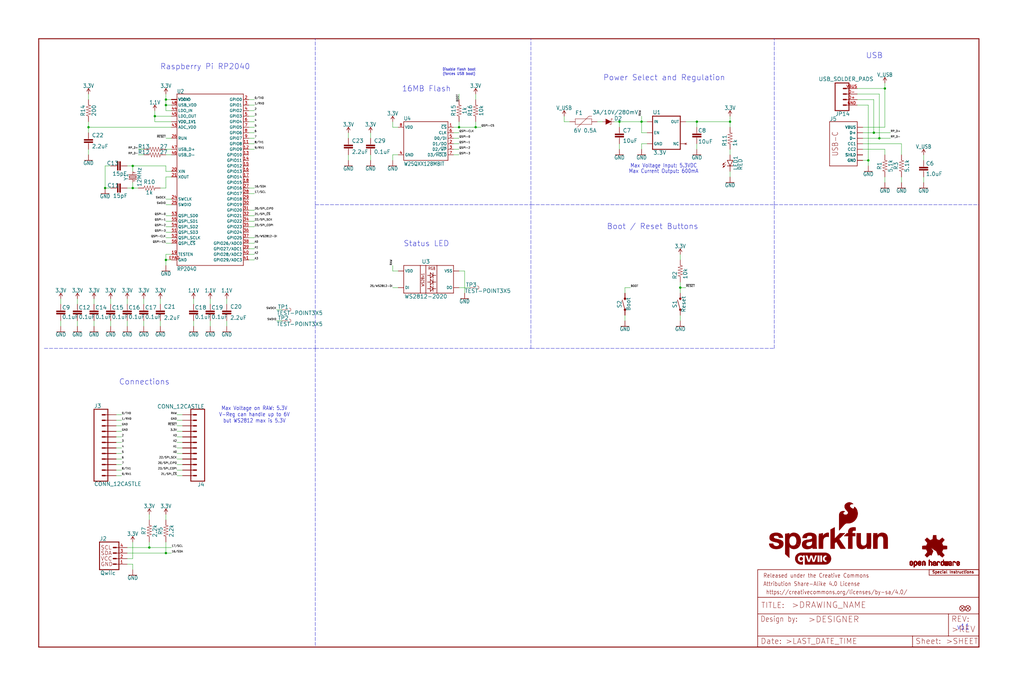
<source format=kicad_sch>
(kicad_sch (version 20211123) (generator eeschema)
  (paper "User" 470.306 317.906)
  (lib_symbols
    (symbol "eagleSchem-eagle-import:0.1UF-0402T-6.3V-10%-X7R"
      (property "Reference" "C" (at 1.524 2.921 0))
      (property "Value" "0.1UF-0402T-6.3V-10%-X7R" (at 1.524 -2.159 0))
      (symbol "0.1UF-0402T-6.3V-10%-X7R_1_0"
        (pin passive line (at 0 5.08 270) (length 2.54) (name "1") (number "1"))
        (pin passive line (at 0 -2.54 90) (length 2.54) (name "2") (number "2"))
      )
    )
    (symbol "eagleSchem-eagle-import:1.0UF-0402T-16V-10%"
      (property "Reference" "C" (at 1.524 2.921 0))
      (property "Value" "1.0UF-0402T-16V-10%" (at 1.524 -2.159 0))
      (symbol "1.0UF-0402T-16V-10%_1_0"
        (pin passive line (at 0 5.08 270) (length 2.54) (name "1") (number "1"))
        (pin passive line (at 0 -2.54 90) (length 2.54) (name "2") (number "2"))
      )
    )
    (symbol "eagleSchem-eagle-import:1.1V" (power)
      (property "Value" "1.1V" (at 0 2.794 0))
      (symbol "1.1V_1_0"
        (pin power_in line (at 0 0 90) (length 2.54) (name "1.1V") (number "1"))
      )
    )
    (symbol "eagleSchem-eagle-import:10KOHM-0402T-1{slash}16W-1%"
      (property "Reference" "R" (at 0 1.524 0))
      (property "Value" "10KOHM-0402T-1{slash}16W-1%" (at 0 -1.524 0))
      (symbol "10KOHM-0402T-1{slash}16W-1%_1_0"
        (pin passive line (at -5.08 0 0) (length 2.54) (name "1") (number "1"))
        (pin passive line (at 5.08 0 180) (length 2.54) (name "2") (number "2"))
      )
    )
    (symbol "eagleSchem-eagle-import:10UF-0402T-6.3V-20%"
      (property "Reference" "C" (at 1.524 2.921 0))
      (property "Value" "10UF-0402T-6.3V-20%" (at 1.524 -2.159 0))
      (symbol "10UF-0402T-6.3V-20%_1_0"
        (pin passive line (at 0 5.08 270) (length 2.54) (name "1") (number "1"))
        (pin passive line (at 0 -2.54 90) (length 2.54) (name "2") (number "2"))
      )
    )
    (symbol "eagleSchem-eagle-import:15PF-0402T-50V-5%"
      (property "Reference" "C" (at 1.524 2.921 0))
      (property "Value" "15PF-0402T-50V-5%" (at 1.524 -2.159 0))
      (symbol "15PF-0402T-50V-5%_1_0"
        (pin passive line (at 0 5.08 270) (length 2.54) (name "1") (number "1"))
        (pin passive line (at 0 -2.54 90) (length 2.54) (name "2") (number "2"))
      )
    )
    (symbol "eagleSchem-eagle-import:1KOHM-0402T-1{slash}16W-1%"
      (property "Reference" "R" (at 0 1.524 0))
      (property "Value" "1KOHM-0402T-1{slash}16W-1%" (at 0 -1.524 0))
      (symbol "1KOHM-0402T-1{slash}16W-1%_1_0"
        (pin passive line (at -5.08 0 0) (length 2.54) (name "1") (number "1"))
        (pin passive line (at 5.08 0 180) (length 2.54) (name "2") (number "2"))
      )
    )
    (symbol "eagleSchem-eagle-import:2.2KOHM-0402T-1{slash}16W-1%"
      (property "Reference" "R" (at 0 1.524 0))
      (property "Value" "2.2KOHM-0402T-1{slash}16W-1%" (at 0 -1.524 0))
      (symbol "2.2KOHM-0402T-1{slash}16W-1%_1_0"
        (pin passive line (at -5.08 0 0) (length 2.54) (name "1") (number "1"))
        (pin passive line (at 5.08 0 180) (length 2.54) (name "2") (number "2"))
      )
    )
    (symbol "eagleSchem-eagle-import:2.2UF-0402_TIGHT-10V-10%-X5R"
      (property "Reference" "C" (at 1.524 2.921 0))
      (property "Value" "2.2UF-0402_TIGHT-10V-10%-X5R" (at 1.524 -2.159 0))
      (symbol "2.2UF-0402_TIGHT-10V-10%-X5R_1_0"
        (pin passive line (at 0 5.08 270) (length 2.54) (name "1") (number "1"))
        (pin passive line (at 0 -2.54 90) (length 2.54) (name "2") (number "2"))
      )
    )
    (symbol "eagleSchem-eagle-import:200OHM-0402T-1{slash}16W-1%"
      (property "Reference" "R" (at 0 1.524 0))
      (property "Value" "200OHM-0402T-1{slash}16W-1%" (at 0 -1.524 0))
      (symbol "200OHM-0402T-1{slash}16W-1%_1_0"
        (pin passive line (at -5.08 0 0) (length 2.54) (name "1") (number "1"))
        (pin passive line (at 5.08 0 180) (length 2.54) (name "2") (number "2"))
      )
    )
    (symbol "eagleSchem-eagle-import:27OHM"
      (property "Reference" "R" (at 0 1.524 0))
      (property "Value" "27OHM" (at 0 -1.524 0))
      (symbol "27OHM_1_0"
        (pin passive line (at -5.08 0 0) (length 2.54) (name "1") (number "1"))
        (pin passive line (at 5.08 0 180) (length 2.54) (name "2") (number "2"))
      )
    )
    (symbol "eagleSchem-eagle-import:3.3V" (power)
      (property "Value" "3.3V" (at 0 2.794 0))
      (symbol "3.3V_1_0"
        (pin power_in line (at 0 0 90) (length 2.54) (name "3.3V") (number "1"))
      )
    )
    (symbol "eagleSchem-eagle-import:5.1KOHM-0402T-1{slash}16W-1%"
      (property "Reference" "R" (at 0 1.524 0))
      (property "Value" "5.1KOHM-0402T-1{slash}16W-1%" (at 0 -1.524 0))
      (symbol "5.1KOHM-0402T-1{slash}16W-1%_1_0"
        (pin passive line (at -5.08 0 0) (length 2.54) (name "1") (number "1"))
        (pin passive line (at 5.08 0 180) (length 2.54) (name "2") (number "2"))
      )
    )
    (symbol "eagleSchem-eagle-import:CONN_12CASTLE"
      (property "Reference" "J" (at 0 15.748 0))
      (property "Value" "CONN_12CASTLE" (at 0 -20.066 0))
      (symbol "CONN_12CASTLE_1_0"
        (pin passive line (at 10.16 -15.24 180) (length 5.08) (name "1") (number "1"))
        (pin passive line (at 10.16 7.62 180) (length 5.08) (name "10") (number "10"))
        (pin passive line (at 10.16 7.62 180) (length 5.08) (name "10") (number "10B"))
        (pin passive line (at 10.16 10.16 180) (length 5.08) (name "11") (number "11"))
        (pin passive line (at 10.16 10.16 180) (length 5.08) (name "11") (number "11B"))
        (pin passive line (at 10.16 12.7 180) (length 5.08) (name "12") (number "12"))
        (pin passive line (at 10.16 12.7 180) (length 5.08) (name "12") (number "12B"))
        (pin passive line (at 10.16 -15.24 180) (length 5.08) (name "1") (number "1B"))
        (pin passive line (at 10.16 -12.7 180) (length 5.08) (name "2") (number "2"))
        (pin passive line (at 10.16 -12.7 180) (length 5.08) (name "2") (number "2B"))
        (pin passive line (at 10.16 -10.16 180) (length 5.08) (name "3") (number "3"))
        (pin passive line (at 10.16 -10.16 180) (length 5.08) (name "3") (number "3B"))
        (pin passive line (at 10.16 -7.62 180) (length 5.08) (name "4") (number "4"))
        (pin passive line (at 10.16 -7.62 180) (length 5.08) (name "4") (number "4B"))
        (pin passive line (at 10.16 -5.08 180) (length 5.08) (name "5") (number "5"))
        (pin passive line (at 10.16 -5.08 180) (length 5.08) (name "5") (number "5B"))
        (pin passive line (at 10.16 -2.54 180) (length 5.08) (name "6") (number "6"))
        (pin passive line (at 10.16 -2.54 180) (length 5.08) (name "6") (number "6B"))
        (pin passive line (at 10.16 0 180) (length 5.08) (name "7") (number "7"))
        (pin passive line (at 10.16 0 180) (length 5.08) (name "7") (number "7B"))
        (pin passive line (at 10.16 2.54 180) (length 5.08) (name "8") (number "8"))
        (pin passive line (at 10.16 2.54 180) (length 5.08) (name "8") (number "8B"))
        (pin passive line (at 10.16 5.08 180) (length 5.08) (name "9") (number "9"))
        (pin passive line (at 10.16 5.08 180) (length 5.08) (name "9") (number "9B"))
      )
    )
    (symbol "eagleSchem-eagle-import:CRYSTAL-12MHZ"
      (property "Reference" "Y" (at 0 2.032 0))
      (property "Value" "CRYSTAL-12MHZ" (at 0 -2.032 0))
      (symbol "CRYSTAL-12MHZ_1_0"
        (text "1" (at -2.159 -1.143 0) (effects (font (size 0.8636 0.734)) (justify left bottom)))
        (text "2" (at 1.524 -1.143 0) (effects (font (size 0.8636 0.734)) (justify left bottom)))
        (pin passive line (at -2.54 0 0) (length 0) (name "1") (number "P1"))
        (pin passive line (at 2.54 0 180) (length 0) (name "2") (number "P3"))
      )
    )
    (symbol "eagleSchem-eagle-import:DIODE-SCHOTTKY-BAT60A"
      (property "Reference" "D" (at -2.54 2.032 0))
      (property "Value" "DIODE-SCHOTTKY-BAT60A" (at -2.54 -2.032 0))
      (symbol "DIODE-SCHOTTKY-BAT60A_1_0"
        (pin passive line (at -2.54 0 0) (length 0) (name "A") (number "A"))
        (pin passive line (at 2.54 0 180) (length 0) (name "C") (number "C"))
      )
    )
    (symbol "eagleSchem-eagle-import:FIDUCIAL1X2")
    (symbol "eagleSchem-eagle-import:FRAME-LEDGER"
      (symbol "FRAME-LEDGER_2_0"
        (text " https://creativecommons.org/licenses/by-sa/4.0/" (at 2.54 24.13 0) (effects (font (size 1.9304 1.6408)) (justify left bottom)))
        (text ">DESIGNER" (at 23.114 11.176 0) (effects (font (size 2.7432 2.7432)) (justify left bottom)))
        (text ">DRAWING_NAME" (at 15.494 17.78 0) (effects (font (size 2.7432 2.7432)) (justify left bottom)))
        (text ">LAST_DATE_TIME" (at 12.7 1.27 0) (effects (font (size 2.54 2.54)) (justify left bottom)))
        (text ">REV" (at 88.9 6.604 0) (effects (font (size 2.7432 2.7432)) (justify left bottom)))
        (text ">SHEET" (at 86.36 1.27 0) (effects (font (size 2.54 2.54)) (justify left bottom)))
        (text "Attribution Share-Alike 4.0 License" (at 2.54 27.94 0) (effects (font (size 1.9304 1.6408)) (justify left bottom)))
        (text "Date:" (at 1.27 1.27 0) (effects (font (size 2.54 2.54)) (justify left bottom)))
        (text "Design by:" (at 1.27 11.43 0) (effects (font (size 2.54 2.159)) (justify left bottom)))
        (text "Released under the Creative Commons" (at 2.54 31.75 0) (effects (font (size 1.9304 1.6408)) (justify left bottom)))
        (text "REV:" (at 88.9 11.43 0) (effects (font (size 2.54 2.54)) (justify left bottom)))
        (text "Sheet:" (at 72.39 1.27 0) (effects (font (size 2.54 2.54)) (justify left bottom)))
        (text "TITLE:" (at 1.524 17.78 0) (effects (font (size 2.54 2.54)) (justify left bottom)))
      )
    )
    (symbol "eagleSchem-eagle-import:GND" (power)
      (property "Value" "GND" (at 0 -0.254 0))
      (symbol "GND_1_0"
        (pin power_in line (at 0 2.54 270) (length 2.54) (name "GND") (number "1"))
      )
    )
    (symbol "eagleSchem-eagle-import:LED-RED0603"
      (property "Reference" "D" (at -3.429 -4.572 90))
      (property "Value" "LED-RED0603" (at 1.905 -4.572 90))
      (symbol "LED-RED0603_1_0"
        (pin passive line (at 0 2.54 270) (length 2.54) (name "A") (number "A"))
        (pin passive line (at 0 -5.08 90) (length 2.54) (name "C") (number "C"))
      )
    )
    (symbol "eagleSchem-eagle-import:MOMENTARY-SWITCH-SPST-SMD-4.6X2.8MM"
      (property "Reference" "S" (at 0 1.524 0))
      (property "Value" "MOMENTARY-SWITCH-SPST-SMD-4.6X2.8MM" (at 0 -0.508 0))
      (symbol "MOMENTARY-SWITCH-SPST-SMD-4.6X2.8MM_1_0"
        (pin passive line (at -5.08 0 0) (length 2.54) (name "1") (number "1"))
        (pin passive line (at -5.08 0 0) (length 2.54) (name "1") (number "2"))
        (pin passive line (at 5.08 0 180) (length 2.54) (name "2") (number "3"))
        (pin passive line (at 5.08 0 180) (length 2.54) (name "2") (number "4"))
      )
    )
    (symbol "eagleSchem-eagle-import:OSHW-LOGOMINI")
    (symbol "eagleSchem-eagle-import:PPTC_6V500MA"
      (property "Reference" "F" (at 1.905 3.175 0))
      (property "Value" "PPTC_6V500MA" (at 1.27 -2.794 0))
      (symbol "PPTC_6V500MA_1_0"
        (pin bidirectional line (at -5.08 0 0) (length 2.54) (name "1") (number "1"))
        (pin bidirectional line (at 7.62 0 180) (length 2.54) (name "2") (number "2"))
      )
    )
    (symbol "eagleSchem-eagle-import:QWIIC_CONNECTORJS-1MM"
      (property "Reference" "J" (at -5.08 7.874 0))
      (property "Value" "QWIIC_CONNECTORJS-1MM" (at -5.08 -5.334 0))
      (symbol "QWIIC_CONNECTORJS-1MM_1_0"
        (text "GND" (at -4.572 -2.54 0) (effects (font (size 1.778 1.778)) (justify left)))
        (text "SCL" (at -4.572 5.08 0) (effects (font (size 1.778 1.778)) (justify left)))
        (text "SDA" (at -4.572 2.54 0) (effects (font (size 1.778 1.778)) (justify left)))
        (text "VCC" (at -4.572 0 0) (effects (font (size 1.778 1.778)) (justify left)))
        (pin power_in line (at 7.62 -2.54 180) (length 5.08) (name "1") (number "1"))
        (pin power_in line (at 7.62 0 180) (length 5.08) (name "2") (number "2"))
        (pin passive line (at 7.62 2.54 180) (length 5.08) (name "3") (number "3"))
        (pin passive line (at 7.62 5.08 180) (length 5.08) (name "4") (number "4"))
      )
    )
    (symbol "eagleSchem-eagle-import:QWIIC_LOGO_6MM")
    (symbol "eagleSchem-eagle-import:RP2040"
      (property "Reference" "U" (at -15.24 38.354 0))
      (property "Value" "RP2040" (at -15.24 -43.18 0))
      (symbol "RP2040_1_0"
        (pin bidirectional line (at -17.78 35.56 0) (length 2.54) (name "VDDIO") (number "1"))
        (pin bidirectional line (at -17.78 35.56 0) (length 2.54) (name "VDDIO") (number "10"))
        (pin bidirectional line (at 17.78 15.24 180) (length 2.54) (name "GPIO8") (number "11"))
        (pin bidirectional line (at 17.78 12.7 180) (length 2.54) (name "GPIO9") (number "12"))
        (pin bidirectional line (at 17.78 10.16 180) (length 2.54) (name "GPIO10") (number "13"))
        (pin bidirectional line (at 17.78 7.62 180) (length 2.54) (name "GPIO11") (number "14"))
        (pin bidirectional line (at 17.78 5.08 180) (length 2.54) (name "GPIO12") (number "15"))
        (pin bidirectional line (at 17.78 2.54 180) (length 2.54) (name "GPIO13") (number "16"))
        (pin bidirectional line (at 17.78 0 180) (length 2.54) (name "GPIO14") (number "17"))
        (pin bidirectional line (at 17.78 -2.54 180) (length 2.54) (name "GPIO15") (number "18"))
        (pin bidirectional line (at -17.78 -35.56 0) (length 2.54) (name "TESTEN") (number "19"))
        (pin bidirectional line (at 17.78 35.56 180) (length 2.54) (name "GPIO0") (number "2"))
        (pin bidirectional line (at -17.78 2.54 0) (length 2.54) (name "XIN") (number "20"))
        (pin bidirectional line (at -17.78 0 0) (length 2.54) (name "XOUT") (number "21"))
        (pin bidirectional line (at -17.78 35.56 0) (length 2.54) (name "VDDIO") (number "22"))
        (pin bidirectional line (at -17.78 25.4 0) (length 2.54) (name "VDD_1V1") (number "23"))
        (pin bidirectional line (at -17.78 -10.16 0) (length 2.54) (name "SWCLK") (number "24"))
        (pin bidirectional line (at -17.78 -12.7 0) (length 2.54) (name "SWDIO") (number "25"))
        (pin bidirectional line (at -17.78 17.78 0) (length 2.54) (name "RUN") (number "26"))
        (pin bidirectional line (at 17.78 -5.08 180) (length 2.54) (name "GPIO16") (number "27"))
        (pin bidirectional line (at 17.78 -7.62 180) (length 2.54) (name "GPIO17") (number "28"))
        (pin bidirectional line (at 17.78 -10.16 180) (length 2.54) (name "GPIO18") (number "29"))
        (pin bidirectional line (at 17.78 33.02 180) (length 2.54) (name "GPIO1") (number "3"))
        (pin bidirectional line (at 17.78 -12.7 180) (length 2.54) (name "GPIO19") (number "30"))
        (pin bidirectional line (at 17.78 -15.24 180) (length 2.54) (name "GPIO20") (number "31"))
        (pin bidirectional line (at 17.78 -17.78 180) (length 2.54) (name "GPIO21") (number "32"))
        (pin bidirectional line (at -17.78 35.56 0) (length 2.54) (name "VDDIO") (number "33"))
        (pin bidirectional line (at 17.78 -20.32 180) (length 2.54) (name "GPIO22") (number "34"))
        (pin bidirectional line (at 17.78 -22.86 180) (length 2.54) (name "GPIO23") (number "35"))
        (pin bidirectional line (at 17.78 -25.4 180) (length 2.54) (name "GPIO24") (number "36"))
        (pin bidirectional line (at 17.78 -27.94 180) (length 2.54) (name "GPIO25") (number "37"))
        (pin bidirectional line (at 17.78 -30.48 180) (length 2.54) (name "GPIO26/ADC0") (number "38"))
        (pin bidirectional line (at 17.78 -33.02 180) (length 2.54) (name "GPIO27/ADC1") (number "39"))
        (pin bidirectional line (at 17.78 30.48 180) (length 2.54) (name "GPIO2") (number "4"))
        (pin bidirectional line (at 17.78 -35.56 180) (length 2.54) (name "GPIO28/ADC2") (number "40"))
        (pin bidirectional line (at 17.78 -38.1 180) (length 2.54) (name "GPIO29/ADC3") (number "41"))
        (pin bidirectional line (at -17.78 35.56 0) (length 2.54) (name "VDDIO") (number "42"))
        (pin bidirectional line (at -17.78 22.86 0) (length 2.54) (name "ADC_VDD") (number "43"))
        (pin bidirectional line (at -17.78 30.48 0) (length 2.54) (name "LDO_IN") (number "44"))
        (pin bidirectional line (at -17.78 27.94 0) (length 2.54) (name "LDO_OUT") (number "45"))
        (pin bidirectional line (at -17.78 10.16 0) (length 2.54) (name "USB_D-") (number "46"))
        (pin bidirectional line (at -17.78 12.7 0) (length 2.54) (name "USB_D+") (number "47"))
        (pin bidirectional line (at -17.78 33.02 0) (length 2.54) (name "USB_VDD") (number "48"))
        (pin bidirectional line (at -17.78 35.56 0) (length 2.54) (name "VDDIO") (number "49"))
        (pin bidirectional line (at 17.78 27.94 180) (length 2.54) (name "GPIO3") (number "5"))
        (pin bidirectional line (at -17.78 25.4 0) (length 2.54) (name "VDD_1V1") (number "50"))
        (pin bidirectional line (at -17.78 -25.4 0) (length 2.54) (name "QSPI_SD3") (number "51"))
        (pin bidirectional line (at -17.78 -27.94 0) (length 2.54) (name "QSPI_SCLK") (number "52"))
        (pin bidirectional line (at -17.78 -17.78 0) (length 2.54) (name "QSPI_SD0") (number "53"))
        (pin bidirectional line (at -17.78 -22.86 0) (length 2.54) (name "QSPI_SD2") (number "54"))
        (pin bidirectional line (at -17.78 -20.32 0) (length 2.54) (name "QSPI_SD1") (number "55"))
        (pin bidirectional line (at -17.78 -30.48 0) (length 2.54) (name "QSPI_~{CS}") (number "56"))
        (pin bidirectional line (at 17.78 25.4 180) (length 2.54) (name "GPIO4") (number "6"))
        (pin bidirectional line (at 17.78 22.86 180) (length 2.54) (name "GPIO5") (number "7"))
        (pin bidirectional line (at 17.78 20.32 180) (length 2.54) (name "GPIO6") (number "8"))
        (pin bidirectional line (at 17.78 17.78 180) (length 2.54) (name "GPIO7") (number "9"))
        (pin bidirectional line (at -17.78 -38.1 0) (length 2.54) (name "GND") (number "EPAD"))
      )
    )
    (symbol "eagleSchem-eagle-import:SFE_LOGO_FLAME.1_INCH")
    (symbol "eagleSchem-eagle-import:SFE_LOGO_NAME_FLAME.1_INCH")
    (symbol "eagleSchem-eagle-import:SPECIAL_INSTRUCTIONS-ORDERING"
      (symbol "SPECIAL_INSTRUCTIONS-ORDERING_1_0"
        (text "Special Instructions" (at 1.27 0.6985 0) (effects (font (size 1.27 1.27) (thickness 0.254) bold) (justify left bottom)))
      )
    )
    (symbol "eagleSchem-eagle-import:TEST-POINT3X5"
      (property "Reference" "TP" (at -2.54 2.54 0))
      (property "Value" "TEST-POINT3X5" (at -2.54 -2.54 0))
      (symbol "TEST-POINT3X5_1_0"
        (pin bidirectional line (at 0 0 180) (length 0) (name "1") (number "P$1"))
      )
    )
    (symbol "eagleSchem-eagle-import:USB_C_4-LAYER_PADS"
      (property "Reference" "J" (at -2.54 10.414 0))
      (property "Value" "USB_C_4-LAYER_PADS" (at -2.54 -12.446 0))
      (symbol "USB_C_4-LAYER_PADS_1_0"
        (text "USB-C" (at 0 0 900) (effects (font (size 2.54 2.159))))
        (pin bidirectional line (at 12.7 0 180) (length 2.54) (name "CC1") (number "A5"))
        (pin bidirectional line (at 12.7 5.08 180) (length 2.54) (name "D+") (number "A6"))
        (pin bidirectional line (at 12.7 2.54 180) (length 2.54) (name "D-") (number "A7"))
        (pin bidirectional line (at 12.7 -2.54 180) (length 2.54) (name "CC2") (number "B5"))
        (pin bidirectional line (at 12.7 5.08 180) (length 2.54) (name "D+") (number "B6"))
        (pin bidirectional line (at 12.7 2.54 180) (length 2.54) (name "D-") (number "B7"))
        (pin bidirectional line (at 12.7 -7.62 180) (length 2.54) (name "GND") (number "GND"))
        (pin bidirectional line (at 12.7 -7.62 180) (length 2.54) (name "GND") (number "GND2"))
        (pin bidirectional line (at 12.7 -5.08 180) (length 2.54) (name "SHLD") (number "SHLD1"))
        (pin bidirectional line (at 12.7 -5.08 180) (length 2.54) (name "SHLD") (number "SHLD2"))
        (pin bidirectional line (at 12.7 -5.08 180) (length 2.54) (name "SHLD") (number "SHLD3"))
        (pin bidirectional line (at 12.7 -5.08 180) (length 2.54) (name "SHLD") (number "SHLD4"))
        (pin bidirectional line (at 12.7 7.62 180) (length 2.54) (name "VBUS") (number "VBUS1"))
        (pin bidirectional line (at 12.7 7.62 180) (length 2.54) (name "VBUS") (number "VBUS2"))
      )
    )
    (symbol "eagleSchem-eagle-import:USB_SOLDER_PADS"
      (property "Reference" "JP" (at -5.08 8.128 0))
      (property "Value" "USB_SOLDER_PADS" (at -5.08 -7.366 0))
      (symbol "USB_SOLDER_PADS_1_0"
        (pin passive line (at 5.08 2.54 180) (length 5.08) (name "3") (number "D+"))
        (pin passive line (at 5.08 0 180) (length 5.08) (name "2") (number "D-"))
        (pin passive line (at 5.08 5.08 180) (length 5.08) (name "4") (number "GND"))
        (pin passive line (at 5.08 -2.54 180) (length 5.08) (name "1") (number "VBUS"))
      )
    )
    (symbol "eagleSchem-eagle-import:V_REG_AP2112K-3.3V"
      (property "Reference" "U" (at -7.62 7.874 0))
      (property "Value" "V_REG_AP2112K-3.3V" (at -7.62 -7.874 0))
      (symbol "V_REG_AP2112K-3.3V_1_0"
        (pin input line (at -10.16 5.08 0) (length 2.54) (name "IN") (number "1"))
        (pin input line (at -10.16 -5.08 0) (length 2.54) (name "GND") (number "2"))
        (pin input line (at -10.16 0 0) (length 2.54) (name "EN") (number "3"))
        (pin no_connect line (at 7.62 -5.08 180) (length 2.54) (name "NC") (number "4"))
        (pin passive line (at 7.62 5.08 180) (length 2.54) (name "OUT") (number "5"))
      )
    )
    (symbol "eagleSchem-eagle-import:V_USB" (power)
      (property "Value" "V_USB" (at 0 2.794 0))
      (symbol "V_USB_1_0"
        (pin power_in line (at 0 0 90) (length 2.54) (name "V_USB") (number "1"))
      )
    )
    (symbol "eagleSchem-eagle-import:W25QXX128MBIT-6X5-SKINNY_CENTER"
      (property "Reference" "U" (at -10.16 8.128 0))
      (property "Value" "W25QXX128MBIT-6X5-SKINNY_CENTER" (at -10.16 -12.7 0))
      (symbol "W25QXX128MBIT-6X5-SKINNY_CENTER_1_0"
        (pin bidirectional line (at 12.7 5.08 180) (length 2.54) (name "~{CS}") (number "1"))
        (pin bidirectional line (at 12.7 -2.54 180) (length 2.54) (name "D1/DO") (number "2"))
        (pin bidirectional line (at 12.7 -5.08 180) (length 2.54) (name "D2/~{WP}") (number "3"))
        (pin bidirectional line (at -12.7 -7.62 0) (length 2.54) (name "GND") (number "4"))
        (pin bidirectional line (at 12.7 0 180) (length 2.54) (name "D0/DI") (number "5"))
        (pin bidirectional line (at 12.7 2.54 180) (length 2.54) (name "CLK") (number "6"))
        (pin bidirectional line (at 12.7 -7.62 180) (length 2.54) (name "D3/~{HOLD}") (number "7"))
        (pin bidirectional line (at -12.7 5.08 0) (length 2.54) (name "VDD") (number "8"))
      )
    )
    (symbol "eagleSchem-eagle-import:WS2812-2020"
      (property "Value" "WS2812-2020" (at -2.54 -7.62 0))
      (symbol "WS2812-2020_1_0"
        (text "RGB" (at -1.524 5.5118 0) (effects (font (size 1.27 1.0795)) (justify left bottom)))
        (text "WS28x1" (at -3.175 -2.159 900) (effects (font (size 1.27 1.0795)) (justify left bottom)))
        (pin bidirectional line (at 12.7 -2.54 180) (length 2.54) (name "DO") (number "1"))
        (pin bidirectional line (at 12.7 5.08 180) (length 2.54) (name "VSS") (number "2"))
        (pin bidirectional line (at -15.24 -2.54 0) (length 2.54) (name "DI") (number "3"))
        (pin bidirectional line (at -15.24 5.08 0) (length 2.54) (name "VDD") (number "4"))
      )
    )
  )
  (junction (at 284.48 55.88))
  (junction (at 294.64 55.88))
  (junction (at 40.64 58.42))
  (junction (at 60.96 76.2))
  (junction (at 403.86 63.5))
  (junction (at 76.2 48.26))
  (junction (at 76.2 119.38))
  (junction (at 401.32 60.96))
  (junction (at 71.12 53.34))
  (junction (at 218.44 58.42))
  (junction (at 48.26 86.36))
  (junction (at 68.58 251.46))
  (junction (at 312.42 132.08))
  (junction (at 320.04 55.88))
  (junction (at 406.4 40.64))
  (junction (at 210.82 58.42))
  (junction (at 76.2 45.72))
  (junction (at 60.96 86.36))
  (junction (at 335.28 55.88))
  (junction (at 398.78 73.66))
  (junction (at 76.2 254))
  (wire (pts (xy 398.78 48.26) (xy 398.78 73.66)))
  (wire (pts (xy 76.2 248.92) (xy 76.2 254)))
  (wire (pts (xy 78.74 116.84) (xy 76.2 116.84)))
  (wire (pts (xy 66.04 71.12) (xy 63.5 71.12)))
  (wire (pts (xy 406.4 83.82) (xy 406.4 81.28)))
  (wire (pts (xy 83.82 203.2) (xy 81.28 203.2)))
  (wire (pts (xy 320.04 66.04) (xy 320.04 68.58)))
  (wire (pts (xy 312.42 129.54) (xy 312.42 132.08)))
  (wire (pts (xy 58.42 137.16) (xy 58.42 139.7)))
  (wire (pts (xy 287.02 132.08) (xy 289.56 132.08)))
  (wire (pts (xy 73.66 137.16) (xy 73.66 139.7)))
  (wire (pts (xy 88.9 137.16) (xy 88.9 139.7)))
  (wire (pts (xy 396.24 73.66) (xy 398.78 73.66)))
  (wire (pts (xy 50.8 86.36) (xy 48.26 86.36)))
  (wire (pts (xy 335.28 55.88) (xy 335.28 58.42)))
  (wire (pts (xy 297.18 60.96) (xy 294.64 60.96)))
  (wire (pts (xy 78.74 104.14) (xy 76.2 104.14)))
  (wire (pts (xy 53.34 200.66) (xy 55.88 200.66)))
  (wire (pts (xy 312.42 116.84) (xy 312.42 119.38)))
  (wire (pts (xy 335.28 81.28) (xy 335.28 78.74)))
  (wire (pts (xy 53.34 190.5) (xy 55.88 190.5)))
  (wire (pts (xy 43.18 137.16) (xy 43.18 139.7)))
  (wire (pts (xy 114.3 86.36) (xy 116.84 86.36)))
  (wire (pts (xy 40.64 58.42) (xy 40.64 60.96)))
  (wire (pts (xy 76.2 116.84) (xy 76.2 119.38)))
  (wire (pts (xy 96.52 147.32) (xy 96.52 149.86)))
  (wire (pts (xy 335.28 71.12) (xy 335.28 68.58)))
  (wire (pts (xy 180.34 71.12) (xy 180.34 73.66)))
  (wire (pts (xy 314.96 55.88) (xy 320.04 55.88)))
  (wire (pts (xy 208.28 58.42) (xy 210.82 58.42)))
  (wire (pts (xy 76.2 71.12) (xy 78.74 71.12)))
  (wire (pts (xy 284.48 55.88) (xy 294.64 55.88)))
  (wire (pts (xy 83.82 190.5) (xy 81.28 190.5)))
  (wire (pts (xy 114.3 116.84) (xy 116.84 116.84)))
  (wire (pts (xy 78.74 119.38) (xy 76.2 119.38)))
  (wire (pts (xy 83.82 208.28) (xy 81.28 208.28)))
  (wire (pts (xy 78.74 93.98) (xy 76.2 93.98)))
  (wire (pts (xy 287.02 132.08) (xy 287.02 134.62)))
  (wire (pts (xy 261.62 55.88) (xy 259.08 55.88)))
  (wire (pts (xy 114.3 99.06) (xy 116.84 99.06)))
  (wire (pts (xy 43.18 147.32) (xy 43.18 149.86)))
  (wire (pts (xy 40.64 71.12) (xy 40.64 68.58)))
  (wire (pts (xy 406.4 68.58) (xy 406.4 71.12)))
  (wire (pts (xy 406.4 40.64) (xy 406.4 58.42)))
  (wire (pts (xy 393.7 43.18) (xy 403.86 43.18)))
  (wire (pts (xy 40.64 43.18) (xy 40.64 45.72)))
  (wire (pts (xy 114.3 55.88) (xy 116.84 55.88)))
  (wire (pts (xy 76.2 50.8) (xy 76.2 48.26)))
  (wire (pts (xy 76.2 45.72) (xy 76.2 43.18)))
  (wire (pts (xy 58.42 256.54) (xy 60.96 256.54)))
  (wire (pts (xy 396.24 63.5) (xy 403.86 63.5)))
  (wire (pts (xy 78.74 99.06) (xy 76.2 99.06)))
  (wire (pts (xy 129.54 147.32) (xy 127 147.32)))
  (wire (pts (xy 58.42 147.32) (xy 58.42 149.86)))
  (wire (pts (xy 53.34 218.44) (xy 55.88 218.44)))
  (wire (pts (xy 60.96 259.08) (xy 60.96 261.62)))
  (wire (pts (xy 78.74 109.22) (xy 76.2 109.22)))
  (wire (pts (xy 210.82 45.72) (xy 210.82 43.18)))
  (wire (pts (xy 48.26 76.2) (xy 48.26 86.36)))
  (wire (pts (xy 182.88 58.42) (xy 180.34 58.42)))
  (polyline (pts (xy 243.84 160.02) (xy 243.84 93.98)))
  (wire (pts (xy 58.42 254) (xy 76.2 254)))
  (wire (pts (xy 393.7 48.26) (xy 398.78 48.26)))
  (wire (pts (xy 335.28 55.88) (xy 335.28 53.34)))
  (wire (pts (xy 114.3 96.52) (xy 116.84 96.52)))
  (wire (pts (xy 294.64 55.88) (xy 297.18 55.88)))
  (wire (pts (xy 78.74 58.42) (xy 40.64 58.42)))
  (wire (pts (xy 78.74 50.8) (xy 76.2 50.8)))
  (wire (pts (xy 213.36 124.46) (xy 213.36 134.62)))
  (wire (pts (xy 53.34 195.58) (xy 55.88 195.58)))
  (wire (pts (xy 284.48 58.42) (xy 284.48 55.88)))
  (wire (pts (xy 396.24 60.96) (xy 401.32 60.96)))
  (wire (pts (xy 393.7 40.64) (xy 406.4 40.64)))
  (wire (pts (xy 114.3 68.58) (xy 116.84 68.58)))
  (wire (pts (xy 60.96 78.74) (xy 60.96 76.2)))
  (wire (pts (xy 66.04 137.16) (xy 66.04 139.7)))
  (wire (pts (xy 114.3 58.42) (xy 116.84 58.42)))
  (wire (pts (xy 83.82 195.58) (xy 81.28 195.58)))
  (wire (pts (xy 114.3 88.9) (xy 116.84 88.9)))
  (polyline (pts (xy 20.32 160.02) (xy 144.78 160.02)))
  (wire (pts (xy 76.2 76.2) (xy 60.96 76.2)))
  (wire (pts (xy 396.24 68.58) (xy 406.4 68.58)))
  (polyline (pts (xy 243.84 160.02) (xy 355.6 160.02)))
  (wire (pts (xy 88.9 147.32) (xy 88.9 149.86)))
  (wire (pts (xy 312.42 147.32) (xy 312.42 144.78)))
  (wire (pts (xy 114.3 63.5) (xy 116.84 63.5)))
  (wire (pts (xy 114.3 45.72) (xy 116.84 45.72)))
  (wire (pts (xy 60.96 83.82) (xy 60.96 86.36)))
  (wire (pts (xy 68.58 248.92) (xy 68.58 251.46)))
  (wire (pts (xy 114.3 50.8) (xy 116.84 50.8)))
  (wire (pts (xy 66.04 68.58) (xy 63.5 68.58)))
  (polyline (pts (xy 144.78 160.02) (xy 243.84 160.02)))
  (wire (pts (xy 312.42 132.08) (xy 312.42 134.62)))
  (wire (pts (xy 104.14 137.16) (xy 104.14 139.7)))
  (wire (pts (xy 284.48 66.04) (xy 284.48 68.58)))
  (wire (pts (xy 396.24 66.04) (xy 414.02 66.04)))
  (wire (pts (xy 114.3 119.38) (xy 116.84 119.38)))
  (wire (pts (xy 414.02 66.04) (xy 414.02 71.12)))
  (wire (pts (xy 297.18 66.04) (xy 294.64 66.04)))
  (wire (pts (xy 35.56 137.16) (xy 35.56 139.7)))
  (wire (pts (xy 393.7 45.72) (xy 401.32 45.72)))
  (wire (pts (xy 274.32 55.88) (xy 276.86 55.88)))
  (wire (pts (xy 27.94 147.32) (xy 27.94 149.86)))
  (wire (pts (xy 208.28 71.12) (xy 210.82 71.12)))
  (wire (pts (xy 66.04 147.32) (xy 66.04 149.86)))
  (wire (pts (xy 294.64 55.88) (xy 294.64 53.34)))
  (wire (pts (xy 114.3 60.96) (xy 116.84 60.96)))
  (wire (pts (xy 401.32 45.72) (xy 401.32 60.96)))
  (wire (pts (xy 218.44 58.42) (xy 220.98 58.42)))
  (wire (pts (xy 210.82 55.88) (xy 210.82 58.42)))
  (wire (pts (xy 114.3 104.14) (xy 116.84 104.14)))
  (wire (pts (xy 76.2 254) (xy 78.74 254)))
  (wire (pts (xy 76.2 78.74) (xy 76.2 76.2)))
  (wire (pts (xy 104.14 149.86) (xy 104.14 147.32)))
  (wire (pts (xy 53.34 215.9) (xy 55.88 215.9)))
  (wire (pts (xy 58.42 259.08) (xy 60.96 259.08)))
  (wire (pts (xy 320.04 55.88) (xy 335.28 55.88)))
  (wire (pts (xy 170.18 60.96) (xy 170.18 63.5)))
  (wire (pts (xy 424.18 71.12) (xy 424.18 73.66)))
  (wire (pts (xy 60.96 86.36) (xy 58.42 86.36)))
  (wire (pts (xy 83.82 210.82) (xy 81.28 210.82)))
  (wire (pts (xy 210.82 132.08) (xy 215.9 132.08)))
  (wire (pts (xy 40.64 58.42) (xy 40.64 55.88)))
  (wire (pts (xy 284.48 55.88) (xy 281.94 55.88)))
  (wire (pts (xy 78.74 55.88) (xy 71.12 55.88)))
  (wire (pts (xy 53.34 210.82) (xy 55.88 210.82)))
  (polyline (pts (xy 144.78 93.98) (xy 144.78 17.78)))
  (wire (pts (xy 83.82 218.44) (xy 81.28 218.44)))
  (wire (pts (xy 401.32 60.96) (xy 408.94 60.96)))
  (wire (pts (xy 114.3 109.22) (xy 116.84 109.22)))
  (wire (pts (xy 78.74 81.28) (xy 76.2 81.28)))
  (wire (pts (xy 58.42 251.46) (xy 68.58 251.46)))
  (wire (pts (xy 50.8 137.16) (xy 50.8 139.7)))
  (wire (pts (xy 210.82 124.46) (xy 213.36 124.46)))
  (wire (pts (xy 78.74 48.26) (xy 76.2 48.26)))
  (wire (pts (xy 50.8 147.32) (xy 50.8 149.86)))
  (wire (pts (xy 78.74 45.72) (xy 76.2 45.72)))
  (wire (pts (xy 208.28 66.04) (xy 210.82 66.04)))
  (wire (pts (xy 53.34 205.74) (xy 55.88 205.74)))
  (wire (pts (xy 83.82 193.04) (xy 81.28 193.04)))
  (wire (pts (xy 63.5 86.36) (xy 60.96 86.36)))
  (wire (pts (xy 218.44 45.72) (xy 218.44 43.18)))
  (wire (pts (xy 83.82 198.12) (xy 81.28 198.12)))
  (wire (pts (xy 76.2 119.38) (xy 76.2 121.92)))
  (wire (pts (xy 398.78 73.66) (xy 398.78 76.2)))
  (polyline (pts (xy 243.84 93.98) (xy 243.84 17.78)))
  (wire (pts (xy 76.2 45.72) (xy 76.2 48.26)))
  (wire (pts (xy 60.96 76.2) (xy 58.42 76.2)))
  (wire (pts (xy 414.02 83.82) (xy 414.02 81.28)))
  (wire (pts (xy 160.02 73.66) (xy 160.02 71.12)))
  (wire (pts (xy 182.88 71.12) (xy 180.34 71.12)))
  (wire (pts (xy 287.02 147.32) (xy 287.02 144.78)))
  (wire (pts (xy 114.3 48.26) (xy 116.84 48.26)))
  (wire (pts (xy 73.66 149.86) (xy 73.66 147.32)))
  (wire (pts (xy 170.18 73.66) (xy 170.18 71.12)))
  (wire (pts (xy 129.54 142.24) (xy 127 142.24)))
  (wire (pts (xy 312.42 132.08) (xy 314.96 132.08)))
  (wire (pts (xy 76.2 236.22) (xy 76.2 238.76)))
  (wire (pts (xy 76.2 81.28) (xy 76.2 86.36)))
  (polyline (pts (xy 144.78 93.98) (xy 243.84 93.98)))
  (wire (pts (xy 96.52 137.16) (xy 96.52 139.7)))
  (wire (pts (xy 27.94 137.16) (xy 27.94 139.7)))
  (wire (pts (xy 60.96 256.54) (xy 60.96 248.92)))
  (wire (pts (xy 208.28 68.58) (xy 210.82 68.58)))
  (wire (pts (xy 76.2 86.36) (xy 73.66 86.36)))
  (wire (pts (xy 83.82 215.9) (xy 81.28 215.9)))
  (wire (pts (xy 208.28 60.96) (xy 210.82 60.96)))
  (wire (pts (xy 114.3 111.76) (xy 116.84 111.76)))
  (wire (pts (xy 71.12 53.34) (xy 71.12 50.8)))
  (polyline (pts (xy 355.6 93.98) (xy 449.58 93.98)))
  (wire (pts (xy 160.02 60.96) (xy 160.02 63.5)))
  (wire (pts (xy 180.34 124.46) (xy 180.34 121.92)))
  (wire (pts (xy 403.86 43.18) (xy 403.86 63.5)))
  (wire (pts (xy 53.34 213.36) (xy 55.88 213.36)))
  (wire (pts (xy 78.74 106.68) (xy 76.2 106.68)))
  (wire (pts (xy 68.58 236.22) (xy 68.58 238.76)))
  (wire (pts (xy 320.04 58.42) (xy 320.04 55.88)))
  (wire (pts (xy 180.34 58.42) (xy 180.34 55.88)))
  (wire (pts (xy 53.34 208.28) (xy 55.88 208.28)))
  (wire (pts (xy 396.24 58.42) (xy 406.4 58.42)))
  (wire (pts (xy 182.88 124.46) (xy 180.34 124.46)))
  (wire (pts (xy 53.34 193.04) (xy 55.88 193.04)))
  (polyline (pts (xy 355.6 93.98) (xy 355.6 17.78)))
  (wire (pts (xy 78.74 101.6) (xy 76.2 101.6)))
  (wire (pts (xy 71.12 55.88) (xy 71.12 53.34)))
  (wire (pts (xy 406.4 38.1) (xy 406.4 40.64)))
  (wire (pts (xy 78.74 111.76) (xy 76.2 111.76)))
  (polyline (pts (xy 144.78 160.02) (xy 144.78 93.98)))
  (polyline (pts (xy 144.78 160.02) (xy 144.78 297.18)))
  (wire (pts (xy 114.3 114.3) (xy 116.84 114.3)))
  (wire (pts (xy 83.82 213.36) (xy 81.28 213.36)))
  (wire (pts (xy 294.64 60.96) (xy 294.64 55.88)))
  (wire (pts (xy 50.8 76.2) (xy 48.26 76.2)))
  (wire (pts (xy 114.3 66.04) (xy 116.84 66.04)))
  (wire (pts (xy 424.18 81.28) (xy 424.18 83.82)))
  (wire (pts (xy 53.34 198.12) (xy 55.88 198.12)))
  (wire (pts (xy 208.28 63.5) (xy 210.82 63.5)))
  (wire (pts (xy 68.58 251.46) (xy 78.74 251.46)))
  (wire (pts (xy 78.74 68.58) (xy 76.2 68.58)))
  (wire (pts (xy 114.3 101.6) (xy 116.84 101.6)))
  (wire (pts (xy 78.74 78.74) (xy 76.2 78.74)))
  (wire (pts (xy 35.56 147.32) (xy 35.56 149.86)))
  (wire (pts (xy 78.74 53.34) (xy 71.12 53.34)))
  (wire (pts (xy 78.74 63.5) (xy 76.2 63.5)))
  (polyline (pts (xy 355.6 160.02) (xy 355.6 93.98)))
  (wire (pts (xy 218.44 55.88) (xy 218.44 58.42)))
  (wire (pts (xy 259.08 55.88) (xy 259.08 53.34)))
  (wire (pts (xy 78.74 91.44) (xy 76.2 91.44)))
  (wire (pts (xy 114.3 53.34) (xy 116.84 53.34)))
  (wire (pts (xy 294.64 66.04) (xy 294.64 68.58)))
  (wire (pts (xy 83.82 200.66) (xy 81.28 200.66)))
  (wire (pts (xy 83.82 205.74) (xy 81.28 205.74)))
  (wire (pts (xy 182.88 132.08) (xy 180.34 132.08)))
  (wire (pts (xy 210.82 58.42) (xy 218.44 58.42)))
  (wire (pts (xy 53.34 203.2) (xy 55.88 203.2)))
  (wire (pts (xy 403.86 63.5) (xy 408.94 63.5)))
  (polyline (pts (xy 243.84 93.98) (xy 355.6 93.98)))
  (text "Boot / Reset Buttons" (at 299.72 104.14 180) (effects (font (size 2.54 2.54))))
  (text "Connections" (at 66.294 175.514 180) (effects (font (size 2.54 2.54))))
  (text "Power Select and Regulation" (at 305.054 35.814 180) (effects (font (size 2.54 2.54))))
  (text "Max Voltage on RAW: 5.3V\nV-Reg can handle up to 6V\nbut WS2812 max is 5.3V" (at 116.84 190.5 0) (effects (font (size 1.778 1.5113))))
  (text "16MB Flash" (at 195.834 40.894 180) (effects (font (size 2.54 2.54))))
  (text "v11" (at 439.42 289.56 180) (effects (font (size 2.54 2.159)) (justify left bottom)))
  (text "USB" (at 401.574 25.654 180) (effects (font (size 2.54 2.54))))
  (text "Status LED" (at 195.834 112.014 180) (effects (font (size 2.54 2.54))))
  (text "Max Voltage Input: 5.3VDC" (at 304.8 76.2 180) (effects (font (size 1.778 1.5113))))
  (text "Raspberry Pi RP2040" (at 94.234 30.734 180) (effects (font (size 2.54 2.54))))
  (text "Max Current Output: 600mA" (at 304.8 78.74 180) (effects (font (size 1.778 1.5113))))
  (text "Disable flash boot\n(forces USB boot)" (at 210.82 33.02 180) (effects (font (size 1.27 1.0795))))
  (label "3" (at 55.88 203.2 0) (effects (font (size 0.889 0.889))))
  (label "RAW" (at 81.28 190.5 180) (effects (font (size 0.889 0.889))))
  (label "QSPI-0" (at 210.82 63.5 0) (effects (font (size 0.889 0.889))))
  (label "1/RX0" (at 55.88 193.04 0) (effects (font (size 0.889 0.889))))
  (label "SWDIO" (at 127 147.32 180) (effects (font (size 0.889 0.889))))
  (label "0/TX0" (at 55.88 190.5 0) (effects (font (size 0.889 0.889))))
  (label "RP_D+" (at 408.94 60.96 0) (effects (font (size 0.889 0.889))))
  (label "21/SPI_~{CS}" (at 81.28 218.44 180) (effects (font (size 0.889 0.889))))
  (label "0/TX0" (at 116.84 45.72 0) (effects (font (size 0.889 0.889))))
  (label "BOOT" (at 289.56 132.08 0) (effects (font (size 0.889 0.889))))
  (label "BOOT" (at 210.82 43.18 270) (effects (font (size 0.889 0.889))))
  (label "QSPI-2" (at 76.2 104.14 180) (effects (font (size 0.889 0.889))))
  (label "GND" (at 55.88 195.58 0) (effects (font (size 0.889 0.889))))
  (label "RAW" (at 180.34 121.92 90) (effects (font (size 0.889 0.889))))
  (label "A3" (at 81.28 200.66 180) (effects (font (size 0.889 0.889))))
  (label "SWDCK" (at 127 142.24 180) (effects (font (size 0.889 0.889))))
  (label "A2" (at 81.28 203.2 180) (effects (font (size 0.889 0.889))))
  (label "A1" (at 81.28 205.74 180) (effects (font (size 0.889 0.889))))
  (label "RP_D+" (at 63.5 68.58 180) (effects (font (size 0.889 0.889))))
  (label "A0" (at 81.28 208.28 180) (effects (font (size 0.889 0.889))))
  (label "A0" (at 116.84 111.76 0) (effects (font (size 0.889 0.889))))
  (label "20/SPI_CIPO" (at 116.84 96.52 0) (effects (font (size 0.889 0.889))))
  (label "QSPI-3" (at 210.82 71.12 0) (effects (font (size 0.889 0.889))))
  (label "23/SPI_COPI" (at 81.28 215.9 180) (effects (font (size 0.889 0.889))))
  (label "5" (at 116.84 58.42 0) (effects (font (size 0.889 0.889))))
  (label "3" (at 116.84 53.34 0) (effects (font (size 0.889 0.889))))
  (label "2" (at 55.88 200.66 0) (effects (font (size 0.889 0.889))))
  (label "22/SPI_SCK" (at 81.28 210.82 180) (effects (font (size 0.889 0.889))))
  (label "2" (at 116.84 50.8 0) (effects (font (size 0.889 0.889))))
  (label "16/SDA" (at 78.74 254 0) (effects (font (size 0.889 0.889))))
  (label "A3" (at 116.84 119.38 0) (effects (font (size 0.889 0.889))))
  (label "QSPI-CS" (at 76.2 111.76 180) (effects (font (size 0.889 0.889))))
  (label "7" (at 116.84 63.5 0) (effects (font (size 0.889 0.889))))
  (label "QSPI-1" (at 76.2 101.6 180) (effects (font (size 0.889 0.889))))
  (label "GND" (at 81.28 193.04 180) (effects (font (size 0.889 0.889))))
  (label "9/RX1" (at 116.84 68.58 0) (effects (font (size 0.889 0.889))))
  (label "20/SPI_CIPO" (at 81.28 213.36 180) (effects (font (size 0.889 0.889))))
  (label "3.3V" (at 81.28 198.12 180) (effects (font (size 0.889 0.889))))
  (label "GND" (at 55.88 198.12 0) (effects (font (size 0.889 0.889))))
  (label "RAW" (at 294.64 53.34 90) (effects (font (size 0.889 0.889))))
  (label "8/TX1" (at 55.88 215.9 0) (effects (font (size 0.889 0.889))))
  (label "9/RX1" (at 55.88 218.44 0) (effects (font (size 0.889 0.889))))
  (label "16/SDA" (at 116.84 86.36 0) (effects (font (size 0.889 0.889))))
  (label "22/SPI_SCK" (at 116.84 101.6 0) (effects (font (size 0.889 0.889))))
  (label "21/SPI_~{CS}" (at 116.84 99.06 0) (effects (font (size 0.889 0.889))))
  (label "SWDCK" (at 76.2 91.44 180) (effects (font (size 0.889 0.889))))
  (label "QSPI-CS" (at 220.98 58.42 0) (effects (font (size 0.889 0.889))))
  (label "17/SCL" (at 116.84 88.9 0) (effects (font (size 0.889 0.889))))
  (label "4" (at 116.84 55.88 0) (effects (font (size 0.889 0.889))))
  (label "~{RESET}" (at 76.2 63.5 180) (effects (font (size 0.889 0.889))))
  (label "25/WS2812-DI" (at 116.84 109.22 0) (effects (font (size 0.889 0.889))))
  (label "4" (at 55.88 205.74 0) (effects (font (size 0.889 0.889))))
  (label "QSPI-1" (at 210.82 66.04 0) (effects (font (size 0.889 0.889))))
  (label "~{RESET}" (at 81.28 195.58 180) (effects (font (size 0.889 0.889))))
  (label "QSPI-3" (at 76.2 106.68 180) (effects (font (size 0.889 0.889))))
  (label "17/SCL" (at 78.74 251.46 0) (effects (font (size 0.889 0.889))))
  (label "QSPI-CLK" (at 210.82 60.96 0) (effects (font (size 0.889 0.889))))
  (label "RP_D-" (at 63.5 71.12 180) (effects (font (size 0.889 0.889))))
  (label "25/WS2812-DI" (at 180.34 132.08 180) (effects (font (size 0.889 0.889))))
  (label "~{RESET}" (at 314.96 132.08 0) (effects (font (size 0.889 0.889))))
  (label "5" (at 55.88 208.28 0) (effects (font (size 0.889 0.889))))
  (label "A1" (at 116.84 114.3 0) (effects (font (size 0.889 0.889))))
  (label "QSPI-0" (at 76.2 99.06 180) (effects (font (size 0.889 0.889))))
  (label "A2" (at 116.84 116.84 0) (effects (font (size 0.889 0.889))))
  (label "6" (at 116.84 60.96 0) (effects (font (size 0.889 0.889))))
  (label "QSPI-CLK" (at 76.2 109.22 180) (effects (font (size 0.889 0.889))))
  (label "SWDIO" (at 76.2 93.98 180) (effects (font (size 0.889 0.889))))
  (label "6" (at 55.88 210.82 0) (effects (font (size 0.889 0.889))))
  (label "QSPI-2" (at 210.82 68.58 0) (effects (font (size 0.889 0.889))))
  (label "23/SPI_COPI" (at 116.84 104.14 0) (effects (font (size 0.889 0.889))))
  (label "7" (at 55.88 213.36 0) (effects (font (size 0.889 0.889))))
  (label "RP_D-" (at 408.94 63.5 0) (effects (font (size 0.889 0.889))))
  (label "1/RX0" (at 116.84 48.26 0) (effects (font (size 0.889 0.889))))
  (label "8/TX1" (at 116.84 66.04 0) (effects (font (size 0.889 0.889))))
  (symbol (lib_id "eagleSchem-eagle-import:LED-RED0603") (at 335.28 73.66 0) (unit 1)
    (property "Reference" "LED1" (at 338.836 78.232 90) (effects (font (size 1.778 1.778)) (justify left bottom)))
    (property "Value" "RED" (at 340.995 78.232 90) (effects (font (size 1.778 1.778)) (justify left bottom)))
    (property "Footprint" "eagleSchem:LED-0603" (effects hide))
  )
  (symbol (lib_id "eagleSchem-eagle-import:SFE_LOGO_FLAME.1_INCH") (at 385.064 244.094 0) (unit 1)
    (property "Reference" "LOGO4" (effects hide))
    (property "Value" "SFE_LOGO_FLAME.1_INCH" (effects hide))
    (property "Footprint" "eagleSchem:SFE_LOGO_FLAME_.1" (effects hide))
  )
  (symbol (lib_id "eagleSchem-eagle-import:GND") (at 312.42 149.86 0) (unit 1)
    (property "Reference" "#GND15" (effects hide))
    (property "Value" "GND" (at 312.42 150.114 0) (effects (font (size 1.778 1.5113)) (justify top)))
    (property "Footprint" "eagleSchem:" (effects hide))
  )
  (symbol (lib_id "eagleSchem-eagle-import:GND") (at 414.02 86.36 0) (unit 1)
    (property "Reference" "#GND14" (effects hide))
    (property "Value" "GND" (at 414.02 86.614 0) (effects (font (size 1.778 1.5113)) (justify top)))
    (property "Footprint" "eagleSchem:" (effects hide))
  )
  (symbol (lib_id "eagleSchem-eagle-import:GND") (at 104.14 152.4 0) (unit 1)
    (property "Reference" "#GND26" (effects hide))
    (property "Value" "GND" (at 104.14 152.654 0) (effects (font (size 1.778 1.5113)) (justify top)))
    (property "Footprint" "eagleSchem:" (effects hide))
  )
  (symbol (lib_id "eagleSchem-eagle-import:GND") (at 27.94 152.4 0) (unit 1)
    (property "Reference" "#GND18" (effects hide))
    (property "Value" "GND" (at 27.94 152.654 0) (effects (font (size 1.778 1.5113)) (justify top)))
    (property "Footprint" "eagleSchem:" (effects hide))
  )
  (symbol (lib_id "eagleSchem-eagle-import:GND") (at 320.04 71.12 0) (unit 1)
    (property "Reference" "#GND7" (effects hide))
    (property "Value" "GND" (at 320.04 71.374 0) (effects (font (size 1.778 1.5113)) (justify top)))
    (property "Footprint" "eagleSchem:" (effects hide))
  )
  (symbol (lib_id "eagleSchem-eagle-import:FRAME-LEDGER") (at 17.78 297.18 0) (unit 1)
    (property "Reference" "FRAME2" (effects hide))
    (property "Value" "FRAME-LEDGER" (effects hide))
    (property "Footprint" "eagleSchem:CREATIVE_COMMONS" (effects hide))
  )
  (symbol (lib_id "eagleSchem-eagle-import:CONN_12CASTLE") (at 93.98 205.74 180) (unit 1)
    (property "Reference" "J4" (at 93.98 221.488 0) (effects (font (size 1.778 1.778)) (justify left bottom)))
    (property "Value" "CONN_12CASTLE" (at 93.98 185.674 0) (effects (font (size 1.778 1.778)) (justify left bottom)))
    (property "Footprint" "eagleSchem:1X12_CASTELLATED" (effects hide))
  )
  (symbol (lib_id "eagleSchem-eagle-import:GND") (at 73.66 152.4 0) (unit 1)
    (property "Reference" "#GND27" (effects hide))
    (property "Value" "GND" (at 73.66 152.654 0) (effects (font (size 1.778 1.5113)) (justify top)))
    (property "Footprint" "eagleSchem:" (effects hide))
  )
  (symbol (lib_id "eagleSchem-eagle-import:3.3V") (at 58.42 137.16 0) (unit 1)
    (property "Reference" "#SUPPLY22" (effects hide))
    (property "Value" "3.3V" (at 58.42 134.366 0) (effects (font (size 1.778 1.5113)) (justify bottom)))
    (property "Footprint" "eagleSchem:" (effects hide))
  )
  (symbol (lib_id "eagleSchem-eagle-import:3.3V") (at 218.44 43.18 0) (unit 1)
    (property "Reference" "#SUPPLY30" (effects hide))
    (property "Value" "3.3V" (at 218.44 40.386 0) (effects (font (size 1.778 1.5113)) (justify bottom)))
    (property "Footprint" "eagleSchem:" (effects hide))
  )
  (symbol (lib_id "eagleSchem-eagle-import:1KOHM-0402T-1{slash}16W-1%") (at 68.58 86.36 0) (unit 1)
    (property "Reference" "R10" (at 68.58 84.582 0) (effects (font (size 1.778 1.778)) (justify bottom)))
    (property "Value" "1k" (at 68.58 89.408 0) (effects (font (size 1.778 1.778)) (justify bottom)))
    (property "Footprint" "eagleSchem:0402-TIGHT" (effects hide))
  )
  (symbol (lib_id "eagleSchem-eagle-import:RP2040") (at 96.52 81.28 0) (unit 1)
    (property "Reference" "U2" (at 81.28 42.926 0) (effects (font (size 1.778 1.5113)) (justify left bottom)))
    (property "Value" "RP2040" (at 81.28 124.46 0) (effects (font (size 1.778 1.5113)) (justify left bottom)))
    (property "Footprint" "eagleSchem:QFN-56" (effects hide))
  )
  (symbol (lib_id "eagleSchem-eagle-import:QWIIC_CONNECTORJS-1MM") (at 50.8 256.54 0) (unit 1)
    (property "Reference" "J2" (at 45.72 248.412 0) (effects (font (size 1.778 1.778)) (justify left bottom)))
    (property "Value" "Qwiic" (at 45.974 264.16 0) (effects (font (size 1.778 1.778)) (justify left bottom)))
    (property "Footprint" "eagleSchem:JST04_1MM_RA" (effects hide))
  )
  (symbol (lib_id "eagleSchem-eagle-import:0.1UF-0402T-6.3V-10%-X7R") (at 35.56 144.78 0) (unit 1)
    (property "Reference" "C12" (at 36.068 142.24 0) (effects (font (size 1.778 1.778)) (justify left bottom)))
    (property "Value" "0.1uF" (at 36.068 146.558 0) (effects (font (size 1.778 1.778)) (justify left bottom)))
    (property "Footprint" "eagleSchem:0402-TIGHT" (effects hide))
  )
  (symbol (lib_id "eagleSchem-eagle-import:GND") (at 66.04 152.4 0) (unit 1)
    (property "Reference" "#GND23" (effects hide))
    (property "Value" "GND" (at 66.04 152.654 0) (effects (font (size 1.778 1.5113)) (justify top)))
    (property "Footprint" "eagleSchem:" (effects hide))
  )
  (symbol (lib_id "eagleSchem-eagle-import:FRAME-LEDGER") (at 347.98 297.18 0) (unit 2)
    (property "Reference" "FRAME2" (effects hide))
    (property "Value" "FRAME-LEDGER" (effects hide))
    (property "Footprint" "eagleSchem:CREATIVE_COMMONS" (effects hide))
  )
  (symbol (lib_id "eagleSchem-eagle-import:GND") (at 76.2 124.46 0) (unit 1)
    (property "Reference" "#GND17" (effects hide))
    (property "Value" "GND" (at 76.2 124.714 0) (effects (font (size 1.778 1.5113)) (justify top)))
    (property "Footprint" "eagleSchem:" (effects hide))
  )
  (symbol (lib_id "eagleSchem-eagle-import:15PF-0402T-50V-5%") (at 55.88 76.2 90) (unit 1)
    (property "Reference" "C13" (at 49.022 75.946 90) (effects (font (size 1.778 1.778)) (justify right top)))
    (property "Value" "15pF" (at 51.562 78.74 90) (effects (font (size 1.778 1.778)) (justify right bottom)))
    (property "Footprint" "eagleSchem:0402-TIGHT" (effects hide))
  )
  (symbol (lib_id "eagleSchem-eagle-import:SPECIAL_INSTRUCTIONS-ORDERING") (at 426.72 264.16 0) (unit 1)
    (property "Reference" "LOGO5" (effects hide))
    (property "Value" "SPECIAL_INSTRUCTIONS-ORDERING" (effects hide))
    (property "Footprint" "eagleSchem:ORDERING_INSTRUCTIONS" (effects hide))
  )
  (symbol (lib_id "eagleSchem-eagle-import:1.1V") (at 88.9 137.16 0) (unit 1)
    (property "Reference" "#SUPPLY26" (effects hide))
    (property "Value" "1.1V" (at 88.9 134.366 0) (effects (font (size 1.778 1.5113)) (justify bottom)))
    (property "Footprint" "eagleSchem:" (effects hide))
  )
  (symbol (lib_id "eagleSchem-eagle-import:FIDUCIAL1X2") (at 444.5 279.4 0) (unit 1)
    (property "Reference" "JP2" (effects hide))
    (property "Value" "FIDUCIAL1X2" (effects hide))
    (property "Footprint" "eagleSchem:FIDUCIAL-1X2" (effects hide))
  )
  (symbol (lib_id "eagleSchem-eagle-import:0.1UF-0402T-6.3V-10%-X7R") (at 88.9 144.78 0) (unit 1)
    (property "Reference" "C18" (at 89.408 142.24 0) (effects (font (size 1.778 1.778)) (justify left bottom)))
    (property "Value" "0.1uF" (at 89.408 146.558 0) (effects (font (size 1.778 1.778)) (justify left bottom)))
    (property "Footprint" "eagleSchem:0402-TIGHT" (effects hide))
  )
  (symbol (lib_id "eagleSchem-eagle-import:3.3V") (at 66.04 137.16 0) (unit 1)
    (property "Reference" "#SUPPLY23" (effects hide))
    (property "Value" "3.3V" (at 66.04 134.366 0) (effects (font (size 1.778 1.5113)) (justify bottom)))
    (property "Footprint" "eagleSchem:" (effects hide))
  )
  (symbol (lib_id "eagleSchem-eagle-import:27OHM") (at 71.12 68.58 0) (unit 1)
    (property "Reference" "R13" (at 66.04 68.326 0) (effects (font (size 1.778 1.778)) (justify bottom)))
    (property "Value" "27" (at 75.184 68.326 0) (effects (font (size 1.778 1.778)) (justify bottom)))
    (property "Footprint" "eagleSchem:0402-TIGHT" (effects hide))
  )
  (symbol (lib_id "eagleSchem-eagle-import:10KOHM-0402T-1{slash}16W-1%") (at 218.44 50.8 90) (unit 1)
    (property "Reference" "R16" (at 216.916 50.8 0) (effects (font (size 1.778 1.778)) (justify bottom)))
    (property "Value" "10k" (at 219.964 50.8 0) (effects (font (size 1.778 1.778)) (justify top)))
    (property "Footprint" "eagleSchem:0402-TIGHT" (effects hide))
  )
  (symbol (lib_id "eagleSchem-eagle-import:5.1KOHM-0402T-1{slash}16W-1%") (at 414.02 76.2 90) (unit 1)
    (property "Reference" "R3" (at 412.496 76.2 0) (effects (font (size 1.778 1.778)) (justify bottom)))
    (property "Value" "5.1k" (at 415.544 76.2 0) (effects (font (size 1.778 1.778)) (justify top)))
    (property "Footprint" "eagleSchem:0402-TIGHT" (effects hide))
  )
  (symbol (lib_id "eagleSchem-eagle-import:V_USB") (at 259.08 53.34 0) (unit 1)
    (property "Reference" "#SUPPLY6" (effects hide))
    (property "Value" "V_USB" (at 259.08 50.546 0) (effects (font (size 1.778 1.5113)) (justify bottom)))
    (property "Footprint" "eagleSchem:" (effects hide))
  )
  (symbol (lib_id "eagleSchem-eagle-import:10UF-0402T-6.3V-20%") (at 320.04 60.96 180) (unit 1)
    (property "Reference" "C8" (at 320.548 60.96 0) (effects (font (size 1.778 1.778)) (justify right top)))
    (property "Value" "10uF" (at 320.548 66.04 0) (effects (font (size 1.778 1.778)) (justify right top)))
    (property "Footprint" "eagleSchem:0402-TIGHT" (effects hide))
  )
  (symbol (lib_id "eagleSchem-eagle-import:2.2KOHM-0402T-1{slash}16W-1%") (at 76.2 243.84 90) (unit 1)
    (property "Reference" "R5" (at 74.676 243.84 0) (effects (font (size 1.778 1.778)) (justify bottom)))
    (property "Value" "2.2k" (at 77.724 243.84 0) (effects (font (size 1.778 1.778)) (justify top)))
    (property "Footprint" "eagleSchem:0402-TIGHT" (effects hide))
  )
  (symbol (lib_id "eagleSchem-eagle-import:WS2812-2020") (at 198.12 129.54 0) (unit 1)
    (property "Reference" "U3" (at 195.58 121.158 0) (effects (font (size 1.778 1.778)) (justify bottom)))
    (property "Value" "WS2812-2020" (at 195.58 137.16 0) (effects (font (size 1.778 1.778)) (justify bottom)))
    (property "Footprint" "eagleSchem:WS2812-2020" (effects hide))
  )
  (symbol (lib_id "eagleSchem-eagle-import:0.1UF-0402T-6.3V-10%-X7R") (at 50.8 144.78 0) (unit 1)
    (property "Reference" "C15" (at 51.308 142.24 0) (effects (font (size 1.778 1.778)) (justify left bottom)))
    (property "Value" "0.1uF" (at 51.308 146.558 0) (effects (font (size 1.778 1.778)) (justify left bottom)))
    (property "Footprint" "eagleSchem:0402-TIGHT" (effects hide))
  )
  (symbol (lib_id "eagleSchem-eagle-import:DIODE-SCHOTTKY-BAT60A") (at 279.4 55.88 0) (unit 1)
    (property "Reference" "D2" (at 281.94 55.3974 0) (effects (font (size 1.778 1.778)) (justify left bottom)))
    (property "Value" "3A/10V/280mV" (at 272.034 52.578 0) (effects (font (size 1.778 1.778)) (justify left bottom)))
    (property "Footprint" "eagleSchem:SOD-323" (effects hide))
  )
  (symbol (lib_id "eagleSchem-eagle-import:MOMENTARY-SWITCH-SPST-SMD-4.6X2.8MM") (at 287.02 139.7 90) (unit 1)
    (property "Reference" "S2" (at 285.496 139.7 0) (effects (font (size 1.778 1.778)) (justify bottom)))
    (property "Value" "Boot" (at 287.528 139.7 0) (effects (font (size 1.778 1.778)) (justify top)))
    (property "Footprint" "eagleSchem:TACTILE_SWITCH_SMD_4.6X2.8MM" (effects hide))
  )
  (symbol (lib_id "eagleSchem-eagle-import:2.2UF-0402_TIGHT-10V-10%-X5R") (at 40.64 66.04 0) (unit 1)
    (property "Reference" "C22" (at 42.164 63.119 0) (effects (font (size 1.778 1.778)) (justify left bottom)))
    (property "Value" "2.2uF" (at 42.164 68.199 0) (effects (font (size 1.778 1.778)) (justify left bottom)))
    (property "Footprint" "eagleSchem:0402-TIGHT" (effects hide))
  )
  (symbol (lib_id "eagleSchem-eagle-import:GND") (at 43.18 152.4 0) (unit 1)
    (property "Reference" "#GND20" (effects hide))
    (property "Value" "GND" (at 43.18 152.654 0) (effects (font (size 1.778 1.5113)) (justify top)))
    (property "Footprint" "eagleSchem:" (effects hide))
  )
  (symbol (lib_id "eagleSchem-eagle-import:3.3V") (at 50.8 137.16 0) (unit 1)
    (property "Reference" "#SUPPLY21" (effects hide))
    (property "Value" "3.3V" (at 50.8 134.366 0) (effects (font (size 1.778 1.5113)) (justify bottom)))
    (property "Footprint" "eagleSchem:" (effects hide))
  )
  (symbol (lib_id "eagleSchem-eagle-import:GND") (at 50.8 152.4 0) (unit 1)
    (property "Reference" "#GND21" (effects hide))
    (property "Value" "GND" (at 50.8 152.654 0) (effects (font (size 1.778 1.5113)) (justify top)))
    (property "Footprint" "eagleSchem:" (effects hide))
  )
  (symbol (lib_id "eagleSchem-eagle-import:TEST-POINT3X5") (at 215.9 132.08 0) (unit 1)
    (property "Reference" "TP3" (at 213.868 131.826 0) (effects (font (size 1.778 1.778)) (justify left bottom)))
    (property "Value" "TEST-POINT3X5" (at 213.36 134.62 0) (effects (font (size 1.778 1.778)) (justify left bottom)))
    (property "Footprint" "eagleSchem:PAD.03X.05" (effects hide))
  )
  (symbol (lib_id "eagleSchem-eagle-import:V_USB") (at 406.4 38.1 0) (unit 1)
    (property "Reference" "#SUPPLY9" (effects hide))
    (property "Value" "V_USB" (at 406.4 35.306 0) (effects (font (size 1.778 1.5113)) (justify bottom)))
    (property "Footprint" "eagleSchem:" (effects hide))
  )
  (symbol (lib_id "eagleSchem-eagle-import:3.3V") (at 35.56 137.16 0) (unit 1)
    (property "Reference" "#SUPPLY19" (effects hide))
    (property "Value" "3.3V" (at 35.56 134.366 0) (effects (font (size 1.778 1.5113)) (justify bottom)))
    (property "Footprint" "eagleSchem:" (effects hide))
  )
  (symbol (lib_id "eagleSchem-eagle-import:1.0UF-0402T-16V-10%") (at 424.18 76.2 180) (unit 1)
    (property "Reference" "C6" (at 425.196 76.073 0) (effects (font (size 1.778 1.778)) (justify right top)))
    (property "Value" "1.0uF" (at 425.196 80.899 0) (effects (font (size 1.778 1.778)) (justify right top)))
    (property "Footprint" "eagleSchem:0402-TIGHT" (effects hide))
  )
  (symbol (lib_id "eagleSchem-eagle-import:GND") (at 406.4 86.36 0) (unit 1)
    (property "Reference" "#GND13" (effects hide))
    (property "Value" "GND" (at 406.4 86.614 0) (effects (font (size 1.778 1.5113)) (justify top)))
    (property "Footprint" "eagleSchem:" (effects hide))
  )
  (symbol (lib_id "eagleSchem-eagle-import:3.3V") (at 60.96 248.92 0) (unit 1)
    (property "Reference" "#SUPPLY3" (effects hide))
    (property "Value" "3.3V" (at 60.96 246.126 0) (effects (font (size 1.778 1.5113)) (justify bottom)))
    (property "Footprint" "eagleSchem:" (effects hide))
  )
  (symbol (lib_id "eagleSchem-eagle-import:USB_C_4-LAYER_PADS") (at 383.54 66.04 0) (unit 1)
    (property "Reference" "J5" (at 381 55.626 0) (effects (font (size 1.778 1.778)) (justify left bottom)))
    (property "Value" "USB Female Type C Connector" (effects hide))
    (property "Footprint" "eagleSchem:USB-C-16P_4LAYER-PADS" (effects hide))
  )
  (symbol (lib_id "eagleSchem-eagle-import:TEST-POINT3X5") (at 129.54 142.24 0) (unit 1)
    (property "Reference" "TP1" (at 127.508 141.986 0) (effects (font (size 1.778 1.778)) (justify left bottom)))
    (property "Value" "TEST-POINT3X5" (at 127 144.78 0) (effects (font (size 1.778 1.778)) (justify left bottom)))
    (property "Footprint" "eagleSchem:PAD.03X.05" (effects hide))
  )
  (symbol (lib_id "eagleSchem-eagle-import:3.3V") (at 73.66 137.16 0) (unit 1)
    (property "Reference" "#SUPPLY27" (effects hide))
    (property "Value" "3.3V" (at 73.66 134.366 0) (effects (font (size 1.778 1.5113)) (justify bottom)))
    (property "Footprint" "eagleSchem:" (effects hide))
  )
  (symbol (lib_id "eagleSchem-eagle-import:GND") (at 60.96 264.16 0) (unit 1)
    (property "Reference" "#GND16" (effects hide))
    (property "Value" "GND" (at 60.96 264.414 0) (effects (font (size 1.778 1.5113)) (justify top)))
    (property "Footprint" "eagleSchem:" (effects hide))
  )
  (symbol (lib_id "eagleSchem-eagle-import:2.2UF-0402_TIGHT-10V-10%-X5R") (at 73.66 144.78 0) (unit 1)
    (property "Reference" "C21" (at 75.184 141.859 0) (effects (font (size 1.778 1.778)) (justify left bottom)))
    (property "Value" "2.2uF" (at 75.184 146.939 0) (effects (font (size 1.778 1.778)) (justify left bottom)))
    (property "Footprint" "eagleSchem:0402-TIGHT" (effects hide))
  )
  (symbol (lib_id "eagleSchem-eagle-import:3.3V") (at 76.2 43.18 0) (unit 1)
    (property "Reference" "#SUPPLY17" (effects hide))
    (property "Value" "3.3V" (at 76.2 40.386 0) (effects (font (size 1.778 1.5113)) (justify bottom)))
    (property "Footprint" "eagleSchem:" (effects hide))
  )
  (symbol (lib_id "eagleSchem-eagle-import:3.3V") (at 160.02 60.96 0) (unit 1)
    (property "Reference" "#SUPPLY33" (effects hide))
    (property "Value" "3.3V" (at 160.02 58.166 0) (effects (font (size 1.778 1.5113)) (justify bottom)))
    (property "Footprint" "eagleSchem:" (effects hide))
  )
  (symbol (lib_id "eagleSchem-eagle-import:GND") (at 170.18 76.2 0) (unit 1)
    (property "Reference" "#GND30" (effects hide))
    (property "Value" "GND" (at 170.18 76.454 0) (effects (font (size 1.778 1.5113)) (justify top)))
    (property "Footprint" "eagleSchem:" (effects hide))
  )
  (symbol (lib_id "eagleSchem-eagle-import:GND") (at 88.9 152.4 0) (unit 1)
    (property "Reference" "#GND24" (effects hide))
    (property "Value" "GND" (at 88.9 152.654 0) (effects (font (size 1.778 1.5113)) (justify top)))
    (property "Footprint" "eagleSchem:" (effects hide))
  )
  (symbol (lib_id "eagleSchem-eagle-import:GND") (at 287.02 149.86 0) (unit 1)
    (property "Reference" "#GND2" (effects hide))
    (property "Value" "GND" (at 287.02 150.114 0) (effects (font (size 1.778 1.5113)) (justify top)))
    (property "Footprint" "eagleSchem:" (effects hide))
  )
  (symbol (lib_id "eagleSchem-eagle-import:0.1UF-0402T-6.3V-10%-X7R") (at 96.52 144.78 0) (unit 1)
    (property "Reference" "C19" (at 97.028 142.24 0) (effects (font (size 1.778 1.778)) (justify left bottom)))
    (property "Value" "0.1uF" (at 97.028 146.558 0) (effects (font (size 1.778 1.778)) (justify left bottom)))
    (property "Footprint" "eagleSchem:0402-TIGHT" (effects hide))
  )
  (symbol (lib_id "eagleSchem-eagle-import:GND") (at 284.48 71.12 0) (unit 1)
    (property "Reference" "#GND1" (effects hide))
    (property "Value" "GND" (at 284.48 71.374 0) (effects (font (size 1.778 1.5113)) (justify top)))
    (property "Footprint" "eagleSchem:" (effects hide))
  )
  (symbol (lib_id "eagleSchem-eagle-import:GND") (at 48.26 88.9 0) (unit 1)
    (property "Reference" "#GND35" (effects hide))
    (property "Value" "GND" (at 48.26 89.154 0) (effects (font (size 1.778 1.5113)) (justify top)))
    (property "Footprint" "eagleSchem:" (effects hide))
  )
  (symbol (lib_id "eagleSchem-eagle-import:2.2UF-0402_TIGHT-10V-10%-X5R") (at 160.02 68.58 0) (unit 1)
    (property "Reference" "C23" (at 161.544 65.659 0) (effects (font (size 1.778 1.778)) (justify left bottom)))
    (property "Value" "2.2uF" (at 161.544 70.739 0) (effects (font (size 1.778 1.778)) (justify left bottom)))
    (property "Footprint" "eagleSchem:0402-TIGHT" (effects hide))
  )
  (symbol (lib_id "eagleSchem-eagle-import:0.1UF-0402T-6.3V-10%-X7R") (at 27.94 144.78 0) (unit 1)
    (property "Reference" "C9" (at 28.448 142.24 0) (effects (font (size 1.778 1.778)) (justify left bottom)))
    (property "Value" "0.1uF" (at 28.448 146.558 0) (effects (font (size 1.778 1.778)) (justify left bottom)))
    (property "Footprint" "eagleSchem:0402-TIGHT" (effects hide))
  )
  (symbol (lib_id "eagleSchem-eagle-import:1.1V") (at 71.12 50.8 0) (unit 1)
    (property "Reference" "#SUPPLY24" (effects hide))
    (property "Value" "1.1V" (at 71.12 48.006 0) (effects (font (size 1.778 1.5113)) (justify bottom)))
    (property "Footprint" "eagleSchem:" (effects hide))
  )
  (symbol (lib_id "eagleSchem-eagle-import:GND") (at 160.02 76.2 0) (unit 1)
    (property "Reference" "#GND31" (effects hide))
    (property "Value" "GND" (at 160.02 76.454 0) (effects (font (size 1.778 1.5113)) (justify top)))
    (property "Footprint" "eagleSchem:" (effects hide))
  )
  (symbol (lib_id "eagleSchem-eagle-import:3.3V") (at 180.34 55.88 0) (unit 1)
    (property "Reference" "#SUPPLY31" (effects hide))
    (property "Value" "3.3V" (at 180.34 53.086 0) (effects (font (size 1.778 1.5113)) (justify bottom)))
    (property "Footprint" "eagleSchem:" (effects hide))
  )
  (symbol (lib_id "eagleSchem-eagle-import:TEST-POINT3X5") (at 129.54 147.32 0) (unit 1)
    (property "Reference" "TP2" (at 127.508 147.066 0) (effects (font (size 1.778 1.778)) (justify left bottom)))
    (property "Value" "TEST-POINT3X5" (at 127 149.86 0) (effects (font (size 1.778 1.778)) (justify left bottom)))
    (property "Footprint" "eagleSchem:PAD.03X.05" (effects hide))
  )
  (symbol (lib_id "eagleSchem-eagle-import:USB_SOLDER_PADS") (at 388.62 43.18 0) (mirror x) (unit 1)
    (property "Reference" "JP14" (at 383.54 51.308 0) (effects (font (size 1.778 1.778)) (justify left bottom)))
    (property "Value" "USB_SOLDER_PADS" (at 375.92 35.306 0) (effects (font (size 1.778 1.778)) (justify left bottom)))
    (property "Footprint" "eagleSchem:USB-SOLDER-PADS" (effects hide))
  )
  (symbol (lib_id "eagleSchem-eagle-import:0.1UF-0402T-6.3V-10%-X7R") (at 43.18 144.78 0) (unit 1)
    (property "Reference" "C14" (at 43.688 142.24 0) (effects (font (size 1.778 1.778)) (justify left bottom)))
    (property "Value" "0.1uF" (at 43.688 146.558 0) (effects (font (size 1.778 1.778)) (justify left bottom)))
    (property "Footprint" "eagleSchem:0402-TIGHT" (effects hide))
  )
  (symbol (lib_id "eagleSchem-eagle-import:0.1UF-0402T-6.3V-10%-X7R") (at 58.42 144.78 0) (unit 1)
    (property "Reference" "C16" (at 58.928 142.24 0) (effects (font (size 1.778 1.778)) (justify left bottom)))
    (property "Value" "0.1uF" (at 58.928 146.558 0) (effects (font (size 1.778 1.778)) (justify left bottom)))
    (property "Footprint" "eagleSchem:0402-TIGHT" (effects hide))
  )
  (symbol (lib_id "eagleSchem-eagle-import:0.1UF-0402T-6.3V-10%-X7R") (at 170.18 68.58 0) (unit 1)
    (property "Reference" "C29" (at 171.704 65.659 0) (effects (font (size 1.778 1.778)) (justify left bottom)))
    (property "Value" "0.1uF" (at 171.704 70.739 0) (effects (font (size 1.778 1.778)) (justify left bottom)))
    (property "Footprint" "eagleSchem:0402-TIGHT" (effects hide))
  )
  (symbol (lib_id "eagleSchem-eagle-import:GND") (at 424.18 86.36 0) (unit 1)
    (property "Reference" "#GND11" (effects hide))
    (property "Value" "GND" (at 424.18 86.614 0) (effects (font (size 1.778 1.5113)) (justify top)))
    (property "Footprint" "eagleSchem:" (effects hide))
  )
  (symbol (lib_id "eagleSchem-eagle-import:15PF-0402T-50V-5%") (at 55.88 86.36 90) (unit 1)
    (property "Reference" "C11" (at 49.276 86.106 90) (effects (font (size 1.778 1.778)) (justify right top)))
    (property "Value" "15pF" (at 51.816 88.9 90) (effects (font (size 1.778 1.778)) (justify right bottom)))
    (property "Footprint" "eagleSchem:0402-TIGHT" (effects hide))
  )
  (symbol (lib_id "eagleSchem-eagle-import:200OHM-0402T-1{slash}16W-1%") (at 40.64 50.8 90) (unit 1)
    (property "Reference" "R14" (at 39.116 50.8 0) (effects (font (size 1.778 1.778)) (justify bottom)))
    (property "Value" "200" (at 42.164 50.8 0) (effects (font (size 1.778 1.778)) (justify top)))
    (property "Footprint" "eagleSchem:0402-TIGHT" (effects hide))
  )
  (symbol (lib_id "eagleSchem-eagle-import:QWIIC_LOGO_6MM") (at 373.38 256.54 0) (unit 1)
    (property "Reference" "LOGO3" (effects hide))
    (property "Value" "QWIIC_LOGO_6MM" (effects hide))
    (property "Footprint" "eagleSchem:QWIIC_6MM" (effects hide))
  )
  (symbol (lib_id "eagleSchem-eagle-import:3.3V") (at 170.18 60.96 0) (unit 1)
    (property "Reference" "#SUPPLY32" (effects hide))
    (property "Value" "3.3V" (at 170.18 58.166 0) (effects (font (size 1.778 1.5113)) (justify bottom)))
    (property "Footprint" "eagleSchem:" (effects hide))
  )
  (symbol (lib_id "eagleSchem-eagle-import:SFE_LOGO_NAME_FLAME.1_INCH") (at 352.552 256.54 0) (unit 1)
    (property "Reference" "LOGO1" (effects hide))
    (property "Value" "SFE_LOGO_NAME_FLAME.1_INCH" (effects hide))
    (property "Footprint" "eagleSchem:SFE_LOGO_NAME_FLAME_.1" (effects hide))
  )
  (symbol (lib_id "eagleSchem-eagle-import:GND") (at 35.56 152.4 0) (unit 1)
    (property "Reference" "#GND19" (effects hide))
    (property "Value" "GND" (at 35.56 152.654 0) (effects (font (size 1.778 1.5113)) (justify top)))
    (property "Footprint" "eagleSchem:" (effects hide))
  )
  (symbol (lib_id "eagleSchem-eagle-import:2.2KOHM-0402T-1{slash}16W-1%") (at 68.58 243.84 90) (unit 1)
    (property "Reference" "R7" (at 67.056 243.84 0) (effects (font (size 1.778 1.778)) (justify bottom)))
    (property "Value" "2.2k" (at 70.104 243.84 0) (effects (font (size 1.778 1.778)) (justify top)))
    (property "Footprint" "eagleSchem:0402-TIGHT" (effects hide))
  )
  (symbol (lib_id "eagleSchem-eagle-import:V_REG_AP2112K-3.3V") (at 307.34 60.96 0) (unit 1)
    (property "Reference" "U1" (at 299.72 52.578 0) (effects (font (size 1.778 1.778)) (justify left bottom)))
    (property "Value" "3.3V" (at 299.974 71.12 0) (effects (font (size 1.778 1.778)) (justify left bottom)))
    (property "Footprint" "eagleSchem:SOT23-5" (effects hide))
  )
  (symbol (lib_id "eagleSchem-eagle-import:3.3V") (at 68.58 236.22 0) (unit 1)
    (property "Reference" "#SUPPLY10" (effects hide))
    (property "Value" "3.3V" (at 68.58 233.426 0) (effects (font (size 1.778 1.5113)) (justify bottom)))
    (property "Footprint" "eagleSchem:" (effects hide))
  )
  (symbol (lib_id "eagleSchem-eagle-import:1KOHM-0402T-1{slash}16W-1%") (at 335.28 63.5 90) (unit 1)
    (property "Reference" "R11" (at 333.7814 67.31 0) (effects (font (size 1.778 1.778)) (justify left bottom)))
    (property "Value" "1k" (at 338.582 67.31 0) (effects (font (size 1.778 1.778)) (justify left bottom)))
    (property "Footprint" "eagleSchem:0402-TIGHT" (effects hide))
  )
  (symbol (lib_id "eagleSchem-eagle-import:GND") (at 398.78 78.74 0) (unit 1)
    (property "Reference" "#GND5" (effects hide))
    (property "Value" "GND" (at 398.78 78.994 0) (effects (font (size 1.778 1.5113)) (justify top)))
    (property "Footprint" "eagleSchem:" (effects hide))
  )
  (symbol (lib_id "eagleSchem-eagle-import:5.1KOHM-0402T-1{slash}16W-1%") (at 406.4 76.2 90) (unit 1)
    (property "Reference" "R1" (at 404.876 76.2 0) (effects (font (size 1.778 1.778)) (justify bottom)))
    (property "Value" "5.1k" (at 407.924 76.2 0) (effects (font (size 1.778 1.778)) (justify top)))
    (property "Footprint" "eagleSchem:0402-TIGHT" (effects hide))
  )
  (symbol (lib_id "eagleSchem-eagle-import:10UF-0402T-6.3V-20%") (at 284.48 60.96 180) (unit 1)
    (property "Reference" "C7" (at 286.004 60.96 0) (effects (font (size 1.778 1.778)) (justify right top)))
    (property "Value" "10uF" (at 286.004 65.659 0) (effects (font (size 1.778 1.778)) (justify right top)))
    (property "Footprint" "eagleSchem:0402-TIGHT" (effects hide))
  )
  (symbol (lib_id "eagleSchem-eagle-import:CRYSTAL-12MHZ") (at 60.96 81.28 90) (unit 1)
    (property "Reference" "Y1" (at 58.928 81.28 0) (effects (font (size 1.778 1.778)) (justify bottom)))
    (property "Value" "12MHz" (at 62.992 81.28 0) (effects (font (size 1.778 1.778)) (justify top)))
    (property "Footprint" "eagleSchem:CRYSTAL-SMD-2X2.5MM" (effects hide))
  )
  (symbol (lib_id "eagleSchem-eagle-import:CONN_12CASTLE") (at 43.18 203.2 0) (unit 1)
    (property "Reference" "J3" (at 43.18 187.452 0) (effects (font (size 1.778 1.778)) (justify left bottom)))
    (property "Value" "CONN_12CASTLE" (at 43.18 223.266 0) (effects (font (size 1.778 1.778)) (justify left bottom)))
    (property "Footprint" "eagleSchem:1X12_CASTELLATED" (effects hide))
  )
  (symbol (lib_id "eagleSchem-eagle-import:3.3V") (at 76.2 236.22 0) (unit 1)
    (property "Reference" "#SUPPLY13" (effects hide))
    (property "Value" "3.3V" (at 76.2 233.426 0) (effects (font (size 1.778 1.5113)) (justify bottom)))
    (property "Footprint" "eagleSchem:" (effects hide))
  )
  (symbol (lib_id "eagleSchem-eagle-import:27OHM") (at 71.12 71.12 0) (unit 1)
    (property "Reference" "R12" (at 66.04 70.866 0) (effects (font (size 1.778 1.778)) (justify bottom)))
    (property "Value" "27" (at 75.184 70.866 0) (effects (font (size 1.778 1.778)) (justify bottom)))
    (property "Footprint" "eagleSchem:0402-TIGHT" (effects hide))
  )
  (symbol (lib_id "eagleSchem-eagle-import:3.3V") (at 312.42 116.84 0) (unit 1)
    (property "Reference" "#SUPPLY1" (effects hide))
    (property "Value" "3.3V" (at 312.42 114.046 0) (effects (font (size 1.778 1.5113)) (justify bottom)))
    (property "Footprint" "eagleSchem:" (effects hide))
  )
  (symbol (lib_id "eagleSchem-eagle-import:FIDUCIAL1X2") (at 441.96 279.4 0) (unit 1)
    (property "Reference" "JP1" (effects hide))
    (property "Value" "FIDUCIAL1X2" (effects hide))
    (property "Footprint" "eagleSchem:FIDUCIAL-1X2" (effects hide))
  )
  (symbol (lib_id "eagleSchem-eagle-import:GND") (at 40.64 73.66 0) (unit 1)
    (property "Reference" "#GND28" (effects hide))
    (property "Value" "GND" (at 40.64 73.914 0) (effects (font (size 1.778 1.5113)) (justify top)))
    (property "Footprint" "eagleSchem:" (effects hide))
  )
  (symbol (lib_id "eagleSchem-eagle-import:V_USB") (at 424.18 71.12 0) (unit 1)
    (property "Reference" "#SUPPLY8" (effects hide))
    (property "Value" "V_USB" (at 424.18 68.326 0) (effects (font (size 1.778 1.5113)) (justify bottom)))
    (property "Footprint" "eagleSchem:" (effects hide))
  )
  (symbol (lib_id "eagleSchem-eagle-import:GND") (at 96.52 152.4 0) (unit 1)
    (property "Reference" "#GND25" (effects hide))
    (property "Value" "GND" (at 96.52 152.654 0) (effects (font (size 1.778 1.5113)) (justify top)))
    (property "Footprint" "eagleSchem:" (effects hide))
  )
  (symbol (lib_id "eagleSchem-eagle-import:GND") (at 58.42 152.4 0) (unit 1)
    (property "Reference" "#GND22" (effects hide))
    (property "Value" "GND" (at 58.42 152.654 0) (effects (font (size 1.778 1.5113)) (justify top)))
    (property "Footprint" "eagleSchem:" (effects hide))
  )
  (symbol (lib_id "eagleSchem-eagle-import:OSHW-LOGOMINI") (at 429.26 251.46 0) (unit 1)
    (property "Reference" "U$3" (effects hide))
    (property "Value" "OSHW-LOGOMINI" (effects hide))
    (property "Footprint" "eagleSchem:OSHW-LOGO-MINI" (effects hide))
  )
  (symbol (lib_id "eagleSchem-eagle-import:W25QXX128MBIT-6X5-SKINNY_CENTER") (at 195.58 63.5 0) (unit 1)
    (property "Reference" "U4" (at 185.42 55.372 0) (effects (font (size 1.778 1.5113)) (justify left bottom)))
    (property "Value" "W25QXX128MBIT" (at 185.42 76.2 0) (effects (font (size 1.778 1.5113)) (justify left bottom)))
    (property "Footprint" "eagleSchem:WSON-8-6X5-SKINNY_CENTERPAD" (effects hide))
  )
  (symbol (lib_id "eagleSchem-eagle-import:1.1V") (at 96.52 137.16 0) (unit 1)
    (property "Reference" "#SUPPLY25" (effects hide))
    (property "Value" "1.1V" (at 96.52 134.366 0) (effects (font (size 1.778 1.5113)) (justify bottom)))
    (property "Footprint" "eagleSchem:" (effects hide))
  )
  (symbol (lib_id "eagleSchem-eagle-import:MOMENTARY-SWITCH-SPST-SMD-4.6X2.8MM") (at 312.42 139.7 90) (unit 1)
    (property "Reference" "S1" (at 310.896 139.7 0) (effects (font (size 1.778 1.778)) (justify bottom)))
    (property "Value" "Reset" (at 312.928 139.7 0) (effects (font (size 1.778 1.778)) (justify top)))
    (property "Footprint" "eagleSchem:TACTILE_SWITCH_SMD_4.6X2.8MM" (effects hide))
  )
  (symbol (lib_id "eagleSchem-eagle-import:GND") (at 213.36 137.16 0) (unit 1)
    (property "Reference" "#GND4" (effects hide))
    (property "Value" "GND" (at 213.36 137.414 0) (effects (font (size 1.778 1.5113)) (justify top)))
    (property "Footprint" "eagleSchem:" (effects hide))
  )
  (symbol (lib_id "eagleSchem-eagle-import:3.3V") (at 40.64 43.18 0) (unit 1)
    (property "Reference" "#SUPPLY29" (effects hide))
    (property "Value" "3.3V" (at 40.64 40.386 0) (effects (font (size 1.778 1.5113)) (justify bottom)))
    (property "Footprint" "eagleSchem:" (effects hide))
  )
  (symbol (lib_id "eagleSchem-eagle-import:1.1V") (at 104.14 137.16 0) (unit 1)
    (property "Reference" "#SUPPLY28" (effects hide))
    (property "Value" "1.1V" (at 104.14 134.366 0) (effects (font (size 1.778 1.5113)) (justify bottom)))
    (property "Footprint" "eagleSchem:" (effects hide))
  )
  (symbol (lib_id "eagleSchem-eagle-import:3.3V") (at 335.28 53.34 0) (unit 1)
    (property "Reference" "#SUPPLY12" (effects hide))
    (property "Value" "3.3V" (at 335.28 50.546 0) (effects (font (size 1.778 1.5113)) (justify bottom)))
    (property "Footprint" "eagleSchem:" (effects hide))
  )
  (symbol (lib_id "eagleSchem-eagle-import:3.3V") (at 43.18 137.16 0) (unit 1)
    (property "Reference" "#SUPPLY20" (effects hide))
    (property "Value" "3.3V" (at 43.18 134.366 0) (effects (font (size 1.778 1.5113)) (justify bottom)))
    (property "Footprint" "eagleSchem:" (effects hide))
  )
  (symbol (lib_id "eagleSchem-eagle-import:PPTC_6V500MA") (at 266.7 55.88 0) (unit 1)
    (property "Reference" "F1" (at 264.16 52.832 0) (effects (font (size 1.778 1.778)) (justify left bottom)))
    (property "Value" "6V 0.5A" (at 263.398 60.96 0) (effects (font (size 1.778 1.778)) (justify left bottom)))
    (property "Footprint" "eagleSchem:0805" (effects hide))
  )
  (symbol (lib_id "eagleSchem-eagle-import:0.1UF-0402T-6.3V-10%-X7R") (at 66.04 144.78 0) (unit 1)
    (property "Reference" "C17" (at 66.548 142.24 0) (effects (font (size 1.778 1.778)) (justify left bottom)))
    (property "Value" "0.1uF" (at 66.548 146.558 0) (effects (font (size 1.778 1.778)) (justify left bottom)))
    (property "Footprint" "eagleSchem:0402-TIGHT" (effects hide))
  )
  (symbol (lib_id "eagleSchem-eagle-import:1KOHM-0402T-1{slash}16W-1%") (at 210.82 50.8 90) (unit 1)
    (property "Reference" "R15" (at 209.296 50.8 0) (effects (font (size 1.778 1.778)) (justify bottom)))
    (property "Value" "1k" (at 212.344 50.8 0) (effects (font (size 1.778 1.778)) (justify top)))
    (property "Footprint" "eagleSchem:0402-TIGHT" (effects hide))
  )
  (symbol (lib_id "eagleSchem-eagle-import:GND") (at 294.64 71.12 0) (unit 1)
    (property "Reference" "#GND6" (effects hide))
    (property "Value" "GND" (at 294.64 71.374 0) (effects (font (size 1.778 1.5113)) (justify top)))
    (property "Footprint" "eagleSchem:" (effects hide))
  )
  (symbol (lib_id "eagleSchem-eagle-import:10KOHM-0402T-1{slash}16W-1%") (at 312.42 124.46 90) (unit 1)
    (property "Reference" "R2" (at 310.9214 128.27 0) (effects (font (size 1.778 1.778)) (justify left bottom)))
    (property "Value" "10k" (at 315.722 128.27 0) (effects (font (size 1.778 1.778)) (justify left bottom)))
    (property "Footprint" "eagleSchem:0402-TIGHT" (effects hide))
  )
  (symbol (lib_id "eagleSchem-eagle-import:GND") (at 335.28 83.82 0) (unit 1)
    (property "Reference" "#GND10" (effects hide))
    (property "Value" "GND" (at 335.28 84.074 0) (effects (font (size 1.778 1.5113)) (justify top)))
    (property "Footprint" "eagleSchem:" (effects hide))
  )
  (symbol (lib_id "eagleSchem-eagle-import:2.2UF-0402_TIGHT-10V-10%-X5R") (at 104.14 144.78 0) (unit 1)
    (property "Reference" "C20" (at 105.664 141.859 0) (effects (font (size 1.778 1.778)) (justify left bottom)))
    (property "Value" "2.2uF" (at 105.664 146.939 0) (effects (font (size 1.778 1.778)) (justify left bottom)))
    (property "Footprint" "eagleSchem:0402-TIGHT" (effects hide))
  )
  (symbol (lib_id "eagleSchem-eagle-import:3.3V") (at 27.94 137.16 0) (unit 1)
    (property "Reference" "#SUPPLY18" (effects hide))
    (property "Value" "3.3V" (at 27.94 134.366 0) (effects (font (size 1.778 1.5113)) (justify bottom)))
    (property "Footprint" "eagleSchem:" (effects hide))
  )
  (symbol (lib_id "eagleSchem-eagle-import:GND") (at 180.34 76.2 0) (unit 1)
    (property "Reference" "#GND29" (effects hide))
    (property "Value" "GND" (at 180.34 76.454 0) (effects (font (size 1.778 1.5113)) (justify top)))
    (property "Footprint" "eagleSchem:" (effects hide))
  )
)
</source>
